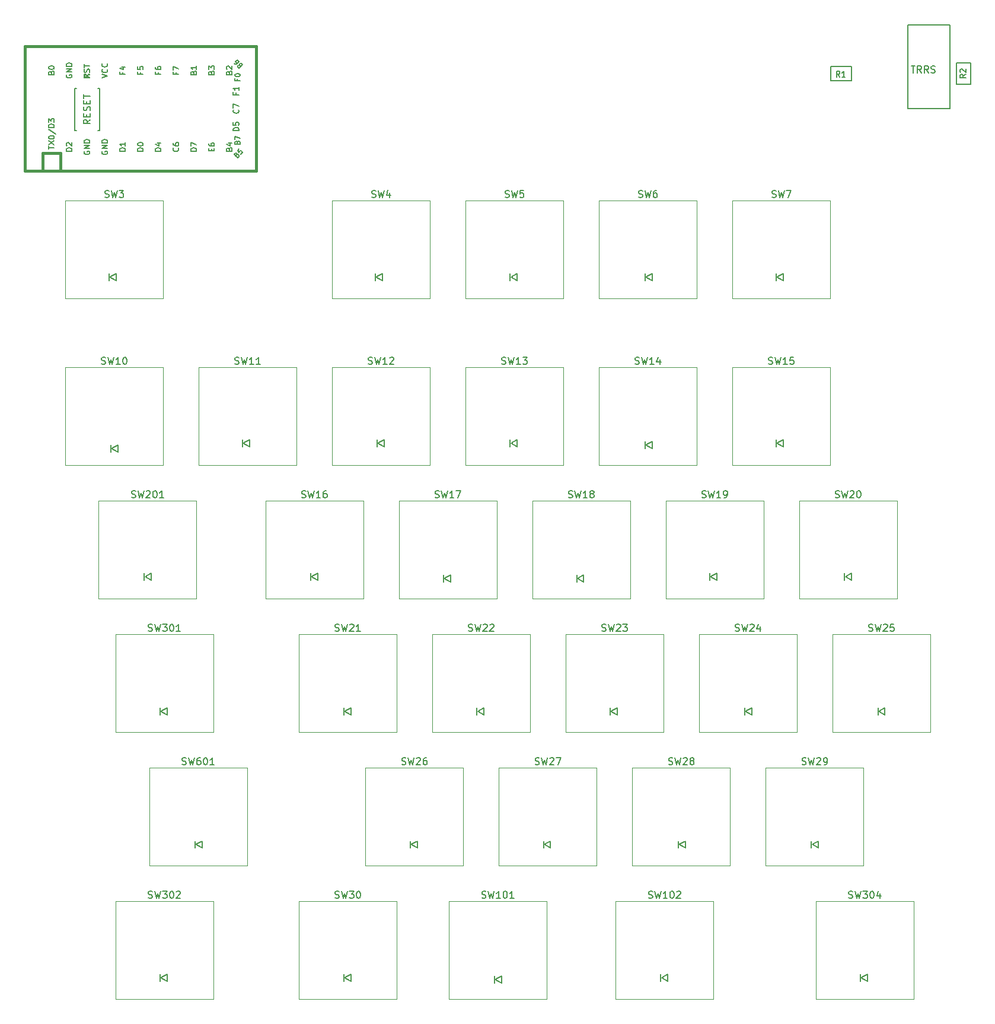
<source format=gto>
G04 #@! TF.GenerationSoftware,KiCad,Pcbnew,(5.1.8)-1*
G04 #@! TF.CreationDate,2020-12-06T03:25:52+09:00*
G04 #@! TF.ProjectId,keyboard-layouter-playground,6b657962-6f61-4726-942d-6c61796f7574,rev?*
G04 #@! TF.SameCoordinates,Original*
G04 #@! TF.FileFunction,Legend,Top*
G04 #@! TF.FilePolarity,Positive*
%FSLAX46Y46*%
G04 Gerber Fmt 4.6, Leading zero omitted, Abs format (unit mm)*
G04 Created by KiCad (PCBNEW (5.1.8)-1) date 2020-12-06 03:25:52*
%MOMM*%
%LPD*%
G01*
G04 APERTURE LIST*
%ADD10C,0.150000*%
%ADD11C,0.120000*%
%ADD12C,0.381000*%
G04 APERTURE END LIST*
D10*
X149499240Y-104501140D02*
X151500760Y-104501140D01*
X151500760Y-104501140D02*
X151500760Y-101498860D01*
X151500760Y-101498860D02*
X149499240Y-101498860D01*
X149499240Y-101498860D02*
X149499240Y-104501140D01*
X134501140Y-104000760D02*
X134501140Y-101999240D01*
X134501140Y-101999240D02*
X131498860Y-101999240D01*
X131498860Y-101999240D02*
X131498860Y-104000760D01*
X131498860Y-104000760D02*
X134501140Y-104000760D01*
D11*
X112713000Y-183007000D02*
X126683000Y-183007000D01*
X126683000Y-183007000D02*
X126683000Y-196977000D01*
X126683000Y-196977000D02*
X112713000Y-196977000D01*
X112713000Y-196977000D02*
X112713000Y-183007000D01*
D10*
X40750000Y-212500000D02*
X40750000Y-213500000D01*
X41750000Y-213500000D02*
X40850000Y-213000000D01*
X41750000Y-212500000D02*
X41750000Y-213500000D01*
X40850000Y-213000000D02*
X41750000Y-212500000D01*
X135750000Y-231500000D02*
X135750000Y-232500000D01*
X136750000Y-232500000D02*
X135850000Y-232000000D01*
X136750000Y-231500000D02*
X136750000Y-232500000D01*
X135850000Y-232000000D02*
X136750000Y-231500000D01*
X35750000Y-231500000D02*
X35750000Y-232500000D01*
X36750000Y-232500000D02*
X35850000Y-232000000D01*
X36750000Y-231500000D02*
X36750000Y-232500000D01*
X35850000Y-232000000D02*
X36750000Y-231500000D01*
X35750000Y-193500000D02*
X35750000Y-194500000D01*
X36750000Y-194500000D02*
X35850000Y-194000000D01*
X36750000Y-193500000D02*
X36750000Y-194500000D01*
X35850000Y-194000000D02*
X36750000Y-193500000D01*
X33500000Y-174250000D02*
X33500000Y-175250000D01*
X34500000Y-175250000D02*
X33600000Y-174750000D01*
X34500000Y-174250000D02*
X34500000Y-175250000D01*
X33600000Y-174750000D02*
X34500000Y-174250000D01*
X107250000Y-231500000D02*
X107250000Y-232500000D01*
X108250000Y-232500000D02*
X107350000Y-232000000D01*
X108250000Y-231500000D02*
X108250000Y-232500000D01*
X107350000Y-232000000D02*
X108250000Y-231500000D01*
X83500000Y-231750000D02*
X83500000Y-232750000D01*
X84500000Y-232750000D02*
X83600000Y-232250000D01*
X84500000Y-231750000D02*
X84500000Y-232750000D01*
X83600000Y-232250000D02*
X84500000Y-231750000D01*
X62000000Y-231500000D02*
X62000000Y-232500000D01*
X63000000Y-232500000D02*
X62100000Y-232000000D01*
X63000000Y-231500000D02*
X63000000Y-232500000D01*
X62100000Y-232000000D02*
X63000000Y-231500000D01*
X128750000Y-212500000D02*
X128750000Y-213500000D01*
X129750000Y-213500000D02*
X128850000Y-213000000D01*
X129750000Y-212500000D02*
X129750000Y-213500000D01*
X128850000Y-213000000D02*
X129750000Y-212500000D01*
X109750000Y-212500000D02*
X109750000Y-213500000D01*
X110750000Y-213500000D02*
X109850000Y-213000000D01*
X110750000Y-212500000D02*
X110750000Y-213500000D01*
X109850000Y-213000000D02*
X110750000Y-212500000D01*
X90500000Y-212500000D02*
X90500000Y-213500000D01*
X91500000Y-213500000D02*
X90600000Y-213000000D01*
X91500000Y-212500000D02*
X91500000Y-213500000D01*
X90600000Y-213000000D02*
X91500000Y-212500000D01*
X71500000Y-212500000D02*
X71500000Y-213500000D01*
X72500000Y-213500000D02*
X71600000Y-213000000D01*
X72500000Y-212500000D02*
X72500000Y-213500000D01*
X71600000Y-213000000D02*
X72500000Y-212500000D01*
X138250000Y-193500000D02*
X138250000Y-194500000D01*
X139250000Y-194500000D02*
X138350000Y-194000000D01*
X139250000Y-193500000D02*
X139250000Y-194500000D01*
X138350000Y-194000000D02*
X139250000Y-193500000D01*
X119250000Y-193500000D02*
X119250000Y-194500000D01*
X120250000Y-194500000D02*
X119350000Y-194000000D01*
X120250000Y-193500000D02*
X120250000Y-194500000D01*
X119350000Y-194000000D02*
X120250000Y-193500000D01*
X100000000Y-193500000D02*
X100000000Y-194500000D01*
X101000000Y-194500000D02*
X100100000Y-194000000D01*
X101000000Y-193500000D02*
X101000000Y-194500000D01*
X100100000Y-194000000D02*
X101000000Y-193500000D01*
X81000000Y-193500000D02*
X81000000Y-194500000D01*
X82000000Y-194500000D02*
X81100000Y-194000000D01*
X82000000Y-193500000D02*
X82000000Y-194500000D01*
X81100000Y-194000000D02*
X82000000Y-193500000D01*
X62000000Y-193500000D02*
X62000000Y-194500000D01*
X63000000Y-194500000D02*
X62100000Y-194000000D01*
X63000000Y-193500000D02*
X63000000Y-194500000D01*
X62100000Y-194000000D02*
X63000000Y-193500000D01*
X133500000Y-174250000D02*
X133500000Y-175250000D01*
X134500000Y-175250000D02*
X133600000Y-174750000D01*
X134500000Y-174250000D02*
X134500000Y-175250000D01*
X133600000Y-174750000D02*
X134500000Y-174250000D01*
X114250000Y-174250000D02*
X114250000Y-175250000D01*
X115250000Y-175250000D02*
X114350000Y-174750000D01*
X115250000Y-174250000D02*
X115250000Y-175250000D01*
X114350000Y-174750000D02*
X115250000Y-174250000D01*
X95250000Y-174500000D02*
X95250000Y-175500000D01*
X96250000Y-175500000D02*
X95350000Y-175000000D01*
X96250000Y-174500000D02*
X96250000Y-175500000D01*
X95350000Y-175000000D02*
X96250000Y-174500000D01*
X76250000Y-174500000D02*
X76250000Y-175500000D01*
X77250000Y-175500000D02*
X76350000Y-175000000D01*
X77250000Y-174500000D02*
X77250000Y-175500000D01*
X76350000Y-175000000D02*
X77250000Y-174500000D01*
X57250000Y-174250000D02*
X57250000Y-175250000D01*
X58250000Y-175250000D02*
X57350000Y-174750000D01*
X58250000Y-174250000D02*
X58250000Y-175250000D01*
X57350000Y-174750000D02*
X58250000Y-174250000D01*
X123750000Y-155250000D02*
X123750000Y-156250000D01*
X124750000Y-156250000D02*
X123850000Y-155750000D01*
X124750000Y-155250000D02*
X124750000Y-156250000D01*
X123850000Y-155750000D02*
X124750000Y-155250000D01*
X105000000Y-155500000D02*
X105000000Y-156500000D01*
X106000000Y-156500000D02*
X105100000Y-156000000D01*
X106000000Y-155500000D02*
X106000000Y-156500000D01*
X105100000Y-156000000D02*
X106000000Y-155500000D01*
X85750000Y-155250000D02*
X85750000Y-156250000D01*
X86750000Y-156250000D02*
X85850000Y-155750000D01*
X86750000Y-155250000D02*
X86750000Y-156250000D01*
X85850000Y-155750000D02*
X86750000Y-155250000D01*
X66750000Y-155250000D02*
X66750000Y-156250000D01*
X67750000Y-156250000D02*
X66850000Y-155750000D01*
X67750000Y-155250000D02*
X67750000Y-156250000D01*
X66850000Y-155750000D02*
X67750000Y-155250000D01*
X47500000Y-155250000D02*
X47500000Y-156250000D01*
X48500000Y-156250000D02*
X47600000Y-155750000D01*
X48500000Y-155250000D02*
X48500000Y-156250000D01*
X47600000Y-155750000D02*
X48500000Y-155250000D01*
X28750000Y-156000000D02*
X28750000Y-157000000D01*
X29750000Y-157000000D02*
X28850000Y-156500000D01*
X29750000Y-156000000D02*
X29750000Y-157000000D01*
X28850000Y-156500000D02*
X29750000Y-156000000D01*
X123750000Y-131500000D02*
X123750000Y-132500000D01*
X124750000Y-132500000D02*
X123850000Y-132000000D01*
X124750000Y-131500000D02*
X124750000Y-132500000D01*
X123850000Y-132000000D02*
X124750000Y-131500000D01*
X105000000Y-131500000D02*
X105000000Y-132500000D01*
X106000000Y-132500000D02*
X105100000Y-132000000D01*
X106000000Y-131500000D02*
X106000000Y-132500000D01*
X105100000Y-132000000D02*
X106000000Y-131500000D01*
X85750000Y-131500000D02*
X85750000Y-132500000D01*
X86750000Y-132500000D02*
X85850000Y-132000000D01*
X86750000Y-131500000D02*
X86750000Y-132500000D01*
X85850000Y-132000000D02*
X86750000Y-131500000D01*
X66500000Y-131500000D02*
X66500000Y-132500000D01*
X67500000Y-132500000D02*
X66600000Y-132000000D01*
X67500000Y-131500000D02*
X67500000Y-132500000D01*
X66600000Y-132000000D02*
X67500000Y-131500000D01*
X28500000Y-131500000D02*
X28500000Y-132500000D01*
X29500000Y-132500000D02*
X28600000Y-132000000D01*
X29500000Y-131500000D02*
X29500000Y-132500000D01*
X28600000Y-132000000D02*
X29500000Y-131500000D01*
X142500000Y-108000000D02*
X142500000Y-96000000D01*
X148500000Y-108000000D02*
X142500000Y-108000000D01*
X148500000Y-96000000D02*
X148500000Y-108000000D01*
X142500000Y-96000000D02*
X148500000Y-96000000D01*
D11*
X29369000Y-221107000D02*
X43339000Y-221107000D01*
X43339000Y-221107000D02*
X43339000Y-235077000D01*
X43339000Y-235077000D02*
X29369000Y-235077000D01*
X29369000Y-235077000D02*
X29369000Y-221107000D01*
D12*
X19010000Y-116890000D02*
X49490000Y-116890000D01*
X49490000Y-116890000D02*
X49490000Y-99110000D01*
X49490000Y-99110000D02*
X19010000Y-99110000D01*
X19010000Y-114350000D02*
X21550000Y-114350000D01*
X21550000Y-114350000D02*
X21550000Y-116890000D01*
D10*
G36*
X24889360Y-103068432D02*
G01*
X25189360Y-103068432D01*
X25189360Y-103168432D01*
X24889360Y-103168432D01*
X24889360Y-103068432D01*
G37*
X24889360Y-103068432D02*
X25189360Y-103068432D01*
X25189360Y-103168432D01*
X24889360Y-103168432D01*
X24889360Y-103068432D01*
G36*
X25289360Y-103268432D02*
G01*
X25389360Y-103268432D01*
X25389360Y-103368432D01*
X25289360Y-103368432D01*
X25289360Y-103268432D01*
G37*
X25289360Y-103268432D02*
X25389360Y-103268432D01*
X25389360Y-103368432D01*
X25289360Y-103368432D01*
X25289360Y-103268432D01*
G36*
X24889360Y-103068432D02*
G01*
X24989360Y-103068432D01*
X24989360Y-103568432D01*
X24889360Y-103568432D01*
X24889360Y-103068432D01*
G37*
X24889360Y-103068432D02*
X24989360Y-103068432D01*
X24989360Y-103568432D01*
X24889360Y-103568432D01*
X24889360Y-103068432D01*
G36*
X24889360Y-103468432D02*
G01*
X25689360Y-103468432D01*
X25689360Y-103568432D01*
X24889360Y-103568432D01*
X24889360Y-103468432D01*
G37*
X24889360Y-103468432D02*
X25689360Y-103468432D01*
X25689360Y-103568432D01*
X24889360Y-103568432D01*
X24889360Y-103468432D01*
G36*
X25489360Y-103068432D02*
G01*
X25689360Y-103068432D01*
X25689360Y-103168432D01*
X25489360Y-103168432D01*
X25489360Y-103068432D01*
G37*
X25489360Y-103068432D02*
X25689360Y-103068432D01*
X25689360Y-103168432D01*
X25489360Y-103168432D01*
X25489360Y-103068432D01*
D12*
X19010000Y-99110000D02*
X16470000Y-99110000D01*
X16470000Y-99110000D02*
X16470000Y-116890000D01*
X16470000Y-116890000D02*
X19010000Y-116890000D01*
X19010000Y-114350000D02*
X19010000Y-116890000D01*
D10*
X23600000Y-105100000D02*
X23850000Y-105100000D01*
X23600000Y-111100000D02*
X23600000Y-105100000D01*
X23600000Y-111100000D02*
X23850000Y-111100000D01*
X27100000Y-111100000D02*
X26850000Y-111100000D01*
X27100000Y-105100000D02*
X26850000Y-105100000D01*
X27100000Y-111100000D02*
X27100000Y-105100000D01*
D11*
X34205600Y-202057000D02*
X48175600Y-202057000D01*
X48175600Y-202057000D02*
X48175600Y-216027000D01*
X48175600Y-216027000D02*
X34205600Y-216027000D01*
X34205600Y-216027000D02*
X34205600Y-202057000D01*
X129381000Y-221107000D02*
X143351000Y-221107000D01*
X143351000Y-221107000D02*
X143351000Y-235077000D01*
X143351000Y-235077000D02*
X129381000Y-235077000D01*
X129381000Y-235077000D02*
X129381000Y-221107000D01*
X26988000Y-163957000D02*
X40958000Y-163957000D01*
X40958000Y-163957000D02*
X40958000Y-177927000D01*
X40958000Y-177927000D02*
X26988000Y-177927000D01*
X26988000Y-177927000D02*
X26988000Y-163957000D01*
X29369000Y-183007000D02*
X43339000Y-183007000D01*
X43339000Y-183007000D02*
X43339000Y-196977000D01*
X43339000Y-196977000D02*
X29369000Y-196977000D01*
X29369000Y-196977000D02*
X29369000Y-183007000D01*
X100806000Y-221107000D02*
X114776000Y-221107000D01*
X114776000Y-221107000D02*
X114776000Y-235077000D01*
X114776000Y-235077000D02*
X100806000Y-235077000D01*
X100806000Y-235077000D02*
X100806000Y-221107000D01*
X76993500Y-221107000D02*
X90963500Y-221107000D01*
X90963500Y-221107000D02*
X90963500Y-235077000D01*
X90963500Y-235077000D02*
X76993500Y-235077000D01*
X76993500Y-235077000D02*
X76993500Y-221107000D01*
X55562500Y-221107000D02*
X69532500Y-221107000D01*
X69532500Y-221107000D02*
X69532500Y-235077000D01*
X69532500Y-235077000D02*
X55562500Y-235077000D01*
X55562500Y-235077000D02*
X55562500Y-221107000D01*
X131763000Y-183007000D02*
X145733000Y-183007000D01*
X145733000Y-183007000D02*
X145733000Y-196977000D01*
X145733000Y-196977000D02*
X131763000Y-196977000D01*
X131763000Y-196977000D02*
X131763000Y-183007000D01*
X122237000Y-202057000D02*
X136207000Y-202057000D01*
X136207000Y-202057000D02*
X136207000Y-216027000D01*
X136207000Y-216027000D02*
X122237000Y-216027000D01*
X122237000Y-216027000D02*
X122237000Y-202057000D01*
X103187000Y-202057000D02*
X117157000Y-202057000D01*
X117157000Y-202057000D02*
X117157000Y-216027000D01*
X117157000Y-216027000D02*
X103187000Y-216027000D01*
X103187000Y-216027000D02*
X103187000Y-202057000D01*
X79375000Y-144907000D02*
X93345000Y-144907000D01*
X93345000Y-144907000D02*
X93345000Y-158877000D01*
X93345000Y-158877000D02*
X79375000Y-158877000D01*
X79375000Y-158877000D02*
X79375000Y-144907000D01*
X88900000Y-163957000D02*
X102870000Y-163957000D01*
X102870000Y-163957000D02*
X102870000Y-177927000D01*
X102870000Y-177927000D02*
X88900000Y-177927000D01*
X88900000Y-177927000D02*
X88900000Y-163957000D01*
X60325000Y-121095000D02*
X74295000Y-121095000D01*
X74295000Y-121095000D02*
X74295000Y-135065000D01*
X74295000Y-135065000D02*
X60325000Y-135065000D01*
X60325000Y-135065000D02*
X60325000Y-121095000D01*
X65087500Y-202057000D02*
X79057500Y-202057000D01*
X79057500Y-202057000D02*
X79057500Y-216027000D01*
X79057500Y-216027000D02*
X65087500Y-216027000D01*
X65087500Y-216027000D02*
X65087500Y-202057000D01*
X50800000Y-163957000D02*
X64770000Y-163957000D01*
X64770000Y-163957000D02*
X64770000Y-177927000D01*
X64770000Y-177927000D02*
X50800000Y-177927000D01*
X50800000Y-177927000D02*
X50800000Y-163957000D01*
X93663000Y-183007000D02*
X107633000Y-183007000D01*
X107633000Y-183007000D02*
X107633000Y-196977000D01*
X107633000Y-196977000D02*
X93663000Y-196977000D01*
X93663000Y-196977000D02*
X93663000Y-183007000D01*
X117475000Y-144907000D02*
X131445000Y-144907000D01*
X131445000Y-144907000D02*
X131445000Y-158877000D01*
X131445000Y-158877000D02*
X117475000Y-158877000D01*
X117475000Y-158877000D02*
X117475000Y-144907000D01*
X127000000Y-163957000D02*
X140970000Y-163957000D01*
X140970000Y-163957000D02*
X140970000Y-177927000D01*
X140970000Y-177927000D02*
X127000000Y-177927000D01*
X127000000Y-177927000D02*
X127000000Y-163957000D01*
X107950000Y-163957000D02*
X121920000Y-163957000D01*
X121920000Y-163957000D02*
X121920000Y-177927000D01*
X121920000Y-177927000D02*
X107950000Y-177927000D01*
X107950000Y-177927000D02*
X107950000Y-163957000D01*
X69850000Y-163957000D02*
X83820000Y-163957000D01*
X83820000Y-163957000D02*
X83820000Y-177927000D01*
X83820000Y-177927000D02*
X69850000Y-177927000D01*
X69850000Y-177927000D02*
X69850000Y-163957000D01*
X60325000Y-144907000D02*
X74295000Y-144907000D01*
X74295000Y-144907000D02*
X74295000Y-158877000D01*
X74295000Y-158877000D02*
X60325000Y-158877000D01*
X60325000Y-158877000D02*
X60325000Y-144907000D01*
X98425000Y-121095000D02*
X112395000Y-121095000D01*
X112395000Y-121095000D02*
X112395000Y-135065000D01*
X112395000Y-135065000D02*
X98425000Y-135065000D01*
X98425000Y-135065000D02*
X98425000Y-121095000D01*
X79375000Y-121095000D02*
X93345000Y-121095000D01*
X93345000Y-121095000D02*
X93345000Y-135065000D01*
X93345000Y-135065000D02*
X79375000Y-135065000D01*
X79375000Y-135065000D02*
X79375000Y-121095000D01*
X22225000Y-121095000D02*
X36195000Y-121095000D01*
X36195000Y-121095000D02*
X36195000Y-135065000D01*
X36195000Y-135065000D02*
X22225000Y-135065000D01*
X22225000Y-135065000D02*
X22225000Y-121095000D01*
X22225000Y-144907000D02*
X36195000Y-144907000D01*
X36195000Y-144907000D02*
X36195000Y-158877000D01*
X36195000Y-158877000D02*
X22225000Y-158877000D01*
X22225000Y-158877000D02*
X22225000Y-144907000D01*
X74612500Y-183007000D02*
X88582500Y-183007000D01*
X88582500Y-183007000D02*
X88582500Y-196977000D01*
X88582500Y-196977000D02*
X74612500Y-196977000D01*
X74612500Y-196977000D02*
X74612500Y-183007000D01*
X55562500Y-183007000D02*
X69532500Y-183007000D01*
X69532500Y-183007000D02*
X69532500Y-196977000D01*
X69532500Y-196977000D02*
X55562500Y-196977000D01*
X55562500Y-196977000D02*
X55562500Y-183007000D01*
X98425000Y-144907000D02*
X112395000Y-144907000D01*
X112395000Y-144907000D02*
X112395000Y-158877000D01*
X112395000Y-158877000D02*
X98425000Y-158877000D01*
X98425000Y-158877000D02*
X98425000Y-144907000D01*
X117475000Y-121095000D02*
X131445000Y-121095000D01*
X131445000Y-121095000D02*
X131445000Y-135065000D01*
X131445000Y-135065000D02*
X117475000Y-135065000D01*
X117475000Y-135065000D02*
X117475000Y-121095000D01*
X41275000Y-144907000D02*
X55245000Y-144907000D01*
X55245000Y-144907000D02*
X55245000Y-158877000D01*
X55245000Y-158877000D02*
X41275000Y-158877000D01*
X41275000Y-158877000D02*
X41275000Y-144907000D01*
X84137500Y-202057000D02*
X98107500Y-202057000D01*
X98107500Y-202057000D02*
X98107500Y-216027000D01*
X98107500Y-216027000D02*
X84137500Y-216027000D01*
X84137500Y-216027000D02*
X84137500Y-202057000D01*
D10*
X150787695Y-103085466D02*
X150400647Y-103356400D01*
X150787695Y-103549923D02*
X149974895Y-103549923D01*
X149974895Y-103240285D01*
X150013600Y-103162876D01*
X150052304Y-103124171D01*
X150129714Y-103085466D01*
X150245828Y-103085466D01*
X150323238Y-103124171D01*
X150361942Y-103162876D01*
X150400647Y-103240285D01*
X150400647Y-103549923D01*
X150052304Y-102775828D02*
X150013600Y-102737123D01*
X149974895Y-102659714D01*
X149974895Y-102466190D01*
X150013600Y-102388780D01*
X150052304Y-102350076D01*
X150129714Y-102311371D01*
X150207123Y-102311371D01*
X150323238Y-102350076D01*
X150787695Y-102814533D01*
X150787695Y-102311371D01*
X132814533Y-103447695D02*
X132543600Y-103060647D01*
X132350076Y-103447695D02*
X132350076Y-102634895D01*
X132659714Y-102634895D01*
X132737123Y-102673600D01*
X132775828Y-102712304D01*
X132814533Y-102789714D01*
X132814533Y-102905828D01*
X132775828Y-102983238D01*
X132737123Y-103021942D01*
X132659714Y-103060647D01*
X132350076Y-103060647D01*
X133588628Y-103447695D02*
X133124171Y-103447695D01*
X133356400Y-103447695D02*
X133356400Y-102634895D01*
X133278990Y-102751009D01*
X133201580Y-102828419D01*
X133124171Y-102867123D01*
X117888476Y-182522761D02*
X118031333Y-182570380D01*
X118269428Y-182570380D01*
X118364666Y-182522761D01*
X118412285Y-182475142D01*
X118459904Y-182379904D01*
X118459904Y-182284666D01*
X118412285Y-182189428D01*
X118364666Y-182141809D01*
X118269428Y-182094190D01*
X118078952Y-182046571D01*
X117983714Y-181998952D01*
X117936095Y-181951333D01*
X117888476Y-181856095D01*
X117888476Y-181760857D01*
X117936095Y-181665619D01*
X117983714Y-181618000D01*
X118078952Y-181570380D01*
X118317047Y-181570380D01*
X118459904Y-181618000D01*
X118793238Y-181570380D02*
X119031333Y-182570380D01*
X119221809Y-181856095D01*
X119412285Y-182570380D01*
X119650380Y-181570380D01*
X119983714Y-181665619D02*
X120031333Y-181618000D01*
X120126571Y-181570380D01*
X120364666Y-181570380D01*
X120459904Y-181618000D01*
X120507523Y-181665619D01*
X120555142Y-181760857D01*
X120555142Y-181856095D01*
X120507523Y-181998952D01*
X119936095Y-182570380D01*
X120555142Y-182570380D01*
X121412285Y-181903714D02*
X121412285Y-182570380D01*
X121174190Y-181522761D02*
X120936095Y-182237047D01*
X121555142Y-182237047D01*
X142988095Y-101902380D02*
X143559523Y-101902380D01*
X143273809Y-102902380D02*
X143273809Y-101902380D01*
X144464285Y-102902380D02*
X144130952Y-102426190D01*
X143892857Y-102902380D02*
X143892857Y-101902380D01*
X144273809Y-101902380D01*
X144369047Y-101950000D01*
X144416666Y-101997619D01*
X144464285Y-102092857D01*
X144464285Y-102235714D01*
X144416666Y-102330952D01*
X144369047Y-102378571D01*
X144273809Y-102426190D01*
X143892857Y-102426190D01*
X145464285Y-102902380D02*
X145130952Y-102426190D01*
X144892857Y-102902380D02*
X144892857Y-101902380D01*
X145273809Y-101902380D01*
X145369047Y-101950000D01*
X145416666Y-101997619D01*
X145464285Y-102092857D01*
X145464285Y-102235714D01*
X145416666Y-102330952D01*
X145369047Y-102378571D01*
X145273809Y-102426190D01*
X144892857Y-102426190D01*
X145845238Y-102854761D02*
X145988095Y-102902380D01*
X146226190Y-102902380D01*
X146321428Y-102854761D01*
X146369047Y-102807142D01*
X146416666Y-102711904D01*
X146416666Y-102616666D01*
X146369047Y-102521428D01*
X146321428Y-102473809D01*
X146226190Y-102426190D01*
X146035714Y-102378571D01*
X145940476Y-102330952D01*
X145892857Y-102283333D01*
X145845238Y-102188095D01*
X145845238Y-102092857D01*
X145892857Y-101997619D01*
X145940476Y-101950000D01*
X146035714Y-101902380D01*
X146273809Y-101902380D01*
X146416666Y-101950000D01*
X34068285Y-220622761D02*
X34211142Y-220670380D01*
X34449238Y-220670380D01*
X34544476Y-220622761D01*
X34592095Y-220575142D01*
X34639714Y-220479904D01*
X34639714Y-220384666D01*
X34592095Y-220289428D01*
X34544476Y-220241809D01*
X34449238Y-220194190D01*
X34258761Y-220146571D01*
X34163523Y-220098952D01*
X34115904Y-220051333D01*
X34068285Y-219956095D01*
X34068285Y-219860857D01*
X34115904Y-219765619D01*
X34163523Y-219718000D01*
X34258761Y-219670380D01*
X34496857Y-219670380D01*
X34639714Y-219718000D01*
X34973047Y-219670380D02*
X35211142Y-220670380D01*
X35401619Y-219956095D01*
X35592095Y-220670380D01*
X35830190Y-219670380D01*
X36115904Y-219670380D02*
X36734952Y-219670380D01*
X36401619Y-220051333D01*
X36544476Y-220051333D01*
X36639714Y-220098952D01*
X36687333Y-220146571D01*
X36734952Y-220241809D01*
X36734952Y-220479904D01*
X36687333Y-220575142D01*
X36639714Y-220622761D01*
X36544476Y-220670380D01*
X36258761Y-220670380D01*
X36163523Y-220622761D01*
X36115904Y-220575142D01*
X37354000Y-219670380D02*
X37449238Y-219670380D01*
X37544476Y-219718000D01*
X37592095Y-219765619D01*
X37639714Y-219860857D01*
X37687333Y-220051333D01*
X37687333Y-220289428D01*
X37639714Y-220479904D01*
X37592095Y-220575142D01*
X37544476Y-220622761D01*
X37449238Y-220670380D01*
X37354000Y-220670380D01*
X37258761Y-220622761D01*
X37211142Y-220575142D01*
X37163523Y-220479904D01*
X37115904Y-220289428D01*
X37115904Y-220051333D01*
X37163523Y-219860857D01*
X37211142Y-219765619D01*
X37258761Y-219718000D01*
X37354000Y-219670380D01*
X38068285Y-219765619D02*
X38115904Y-219718000D01*
X38211142Y-219670380D01*
X38449238Y-219670380D01*
X38544476Y-219718000D01*
X38592095Y-219765619D01*
X38639714Y-219860857D01*
X38639714Y-219956095D01*
X38592095Y-220098952D01*
X38020666Y-220670380D01*
X38639714Y-220670380D01*
X47011904Y-111130476D02*
X46211904Y-111130476D01*
X46211904Y-110940000D01*
X46250000Y-110825714D01*
X46326190Y-110749523D01*
X46402380Y-110711428D01*
X46554761Y-110673333D01*
X46669047Y-110673333D01*
X46821428Y-110711428D01*
X46897619Y-110749523D01*
X46973809Y-110825714D01*
X47011904Y-110940000D01*
X47011904Y-111130476D01*
X46211904Y-109949523D02*
X46211904Y-110330476D01*
X46592857Y-110368571D01*
X46554761Y-110330476D01*
X46516666Y-110254285D01*
X46516666Y-110063809D01*
X46554761Y-109987619D01*
X46592857Y-109949523D01*
X46669047Y-109911428D01*
X46859523Y-109911428D01*
X46935714Y-109949523D01*
X46973809Y-109987619D01*
X47011904Y-110063809D01*
X47011904Y-110254285D01*
X46973809Y-110330476D01*
X46935714Y-110368571D01*
X46592857Y-105726666D02*
X46592857Y-105993333D01*
X47011904Y-105993333D02*
X46211904Y-105993333D01*
X46211904Y-105612380D01*
X47011904Y-104888571D02*
X47011904Y-105345714D01*
X47011904Y-105117142D02*
X46211904Y-105117142D01*
X46326190Y-105193333D01*
X46402380Y-105269523D01*
X46440476Y-105345714D01*
X46935714Y-108133333D02*
X46973809Y-108171428D01*
X47011904Y-108285714D01*
X47011904Y-108361904D01*
X46973809Y-108476190D01*
X46897619Y-108552380D01*
X46821428Y-108590476D01*
X46669047Y-108628571D01*
X46554761Y-108628571D01*
X46402380Y-108590476D01*
X46326190Y-108552380D01*
X46250000Y-108476190D01*
X46211904Y-108361904D01*
X46211904Y-108285714D01*
X46250000Y-108171428D01*
X46288095Y-108133333D01*
X46211904Y-107866666D02*
X46211904Y-107333333D01*
X47011904Y-107676190D01*
X47114991Y-101835702D02*
X47067851Y-101741421D01*
X47067851Y-101694280D01*
X47091421Y-101623570D01*
X47162132Y-101552859D01*
X47232842Y-101529289D01*
X47279983Y-101529289D01*
X47350693Y-101552859D01*
X47539255Y-101741421D01*
X47044280Y-102236396D01*
X46879289Y-102071404D01*
X46855719Y-102000693D01*
X46855719Y-101953553D01*
X46879289Y-101882842D01*
X46926429Y-101835702D01*
X46997140Y-101812132D01*
X47044280Y-101812132D01*
X47114991Y-101835702D01*
X47279983Y-102000693D01*
X46337174Y-101529289D02*
X46431455Y-101623570D01*
X46502165Y-101647140D01*
X46549306Y-101647140D01*
X46667157Y-101623570D01*
X46785008Y-101552859D01*
X46973570Y-101364297D01*
X46997140Y-101293587D01*
X46997140Y-101246446D01*
X46973570Y-101175735D01*
X46879289Y-101081455D01*
X46808578Y-101057884D01*
X46761438Y-101057884D01*
X46690727Y-101081455D01*
X46572876Y-101199306D01*
X46549306Y-101270016D01*
X46549306Y-101317157D01*
X46572876Y-101387867D01*
X46667157Y-101482148D01*
X46737867Y-101505719D01*
X46785008Y-101505719D01*
X46855719Y-101482148D01*
X46800000Y-103733333D02*
X46800000Y-103966666D01*
X47166666Y-103966666D02*
X46466666Y-103966666D01*
X46466666Y-103633333D01*
X46466666Y-103233333D02*
X46466666Y-103166666D01*
X46500000Y-103100000D01*
X46533333Y-103066666D01*
X46600000Y-103033333D01*
X46733333Y-103000000D01*
X46900000Y-103000000D01*
X47033333Y-103033333D01*
X47100000Y-103066666D01*
X47133333Y-103100000D01*
X47166666Y-103166666D01*
X47166666Y-103233333D01*
X47133333Y-103300000D01*
X47100000Y-103333333D01*
X47033333Y-103366666D01*
X46900000Y-103400000D01*
X46733333Y-103400000D01*
X46600000Y-103366666D01*
X46533333Y-103333333D01*
X46500000Y-103300000D01*
X46466666Y-103233333D01*
X46800000Y-112783333D02*
X46833333Y-112683333D01*
X46866666Y-112650000D01*
X46933333Y-112616666D01*
X47033333Y-112616666D01*
X47100000Y-112650000D01*
X47133333Y-112683333D01*
X47166666Y-112750000D01*
X47166666Y-113016666D01*
X46466666Y-113016666D01*
X46466666Y-112783333D01*
X46500000Y-112716666D01*
X46533333Y-112683333D01*
X46600000Y-112650000D01*
X46666666Y-112650000D01*
X46733333Y-112683333D01*
X46766666Y-112716666D01*
X46800000Y-112783333D01*
X46800000Y-113016666D01*
X46466666Y-112383333D02*
X46466666Y-111916666D01*
X47166666Y-112216666D01*
X19841904Y-113762348D02*
X19841904Y-113305205D01*
X20641904Y-113533776D02*
X19841904Y-113533776D01*
X19841904Y-113114729D02*
X20641904Y-112581395D01*
X19841904Y-112581395D02*
X20641904Y-113114729D01*
X19841904Y-112124252D02*
X19841904Y-112048062D01*
X19880000Y-111971872D01*
X19918095Y-111933776D01*
X19994285Y-111895681D01*
X20146666Y-111857586D01*
X20337142Y-111857586D01*
X20489523Y-111895681D01*
X20565714Y-111933776D01*
X20603809Y-111971872D01*
X20641904Y-112048062D01*
X20641904Y-112124252D01*
X20603809Y-112200443D01*
X20565714Y-112238538D01*
X20489523Y-112276633D01*
X20337142Y-112314729D01*
X20146666Y-112314729D01*
X19994285Y-112276633D01*
X19918095Y-112238538D01*
X19880000Y-112200443D01*
X19841904Y-112124252D01*
X19803809Y-110943300D02*
X20832380Y-111629014D01*
X20641904Y-110676633D02*
X19841904Y-110676633D01*
X19841904Y-110486157D01*
X19880000Y-110371872D01*
X19956190Y-110295681D01*
X20032380Y-110257586D01*
X20184761Y-110219491D01*
X20299047Y-110219491D01*
X20451428Y-110257586D01*
X20527619Y-110295681D01*
X20603809Y-110371872D01*
X20641904Y-110486157D01*
X20641904Y-110676633D01*
X19841904Y-109952824D02*
X19841904Y-109457586D01*
X20146666Y-109724252D01*
X20146666Y-109609967D01*
X20184761Y-109533776D01*
X20222857Y-109495681D01*
X20299047Y-109457586D01*
X20489523Y-109457586D01*
X20565714Y-109495681D01*
X20603809Y-109533776D01*
X20641904Y-109609967D01*
X20641904Y-109838538D01*
X20603809Y-109914729D01*
X20565714Y-109952824D01*
X23181904Y-114051476D02*
X22381904Y-114051476D01*
X22381904Y-113861000D01*
X22420000Y-113746714D01*
X22496190Y-113670523D01*
X22572380Y-113632428D01*
X22724761Y-113594333D01*
X22839047Y-113594333D01*
X22991428Y-113632428D01*
X23067619Y-113670523D01*
X23143809Y-113746714D01*
X23181904Y-113861000D01*
X23181904Y-114051476D01*
X22458095Y-113289571D02*
X22420000Y-113251476D01*
X22381904Y-113175285D01*
X22381904Y-112984809D01*
X22420000Y-112908619D01*
X22458095Y-112870523D01*
X22534285Y-112832428D01*
X22610476Y-112832428D01*
X22724761Y-112870523D01*
X23181904Y-113327666D01*
X23181904Y-112832428D01*
X33341904Y-114051476D02*
X32541904Y-114051476D01*
X32541904Y-113861000D01*
X32580000Y-113746714D01*
X32656190Y-113670523D01*
X32732380Y-113632428D01*
X32884761Y-113594333D01*
X32999047Y-113594333D01*
X33151428Y-113632428D01*
X33227619Y-113670523D01*
X33303809Y-113746714D01*
X33341904Y-113861000D01*
X33341904Y-114051476D01*
X32541904Y-113099095D02*
X32541904Y-113022904D01*
X32580000Y-112946714D01*
X32618095Y-112908619D01*
X32694285Y-112870523D01*
X32846666Y-112832428D01*
X33037142Y-112832428D01*
X33189523Y-112870523D01*
X33265714Y-112908619D01*
X33303809Y-112946714D01*
X33341904Y-113022904D01*
X33341904Y-113099095D01*
X33303809Y-113175285D01*
X33265714Y-113213380D01*
X33189523Y-113251476D01*
X33037142Y-113289571D01*
X32846666Y-113289571D01*
X32694285Y-113251476D01*
X32618095Y-113213380D01*
X32580000Y-113175285D01*
X32541904Y-113099095D01*
X30801904Y-114051476D02*
X30001904Y-114051476D01*
X30001904Y-113861000D01*
X30040000Y-113746714D01*
X30116190Y-113670523D01*
X30192380Y-113632428D01*
X30344761Y-113594333D01*
X30459047Y-113594333D01*
X30611428Y-113632428D01*
X30687619Y-113670523D01*
X30763809Y-113746714D01*
X30801904Y-113861000D01*
X30801904Y-114051476D01*
X30801904Y-112832428D02*
X30801904Y-113289571D01*
X30801904Y-113061000D02*
X30001904Y-113061000D01*
X30116190Y-113137190D01*
X30192380Y-113213380D01*
X30230476Y-113289571D01*
X27500000Y-114070523D02*
X27461904Y-114146714D01*
X27461904Y-114261000D01*
X27500000Y-114375285D01*
X27576190Y-114451476D01*
X27652380Y-114489571D01*
X27804761Y-114527666D01*
X27919047Y-114527666D01*
X28071428Y-114489571D01*
X28147619Y-114451476D01*
X28223809Y-114375285D01*
X28261904Y-114261000D01*
X28261904Y-114184809D01*
X28223809Y-114070523D01*
X28185714Y-114032428D01*
X27919047Y-114032428D01*
X27919047Y-114184809D01*
X28261904Y-113689571D02*
X27461904Y-113689571D01*
X28261904Y-113232428D01*
X27461904Y-113232428D01*
X28261904Y-112851476D02*
X27461904Y-112851476D01*
X27461904Y-112661000D01*
X27500000Y-112546714D01*
X27576190Y-112470523D01*
X27652380Y-112432428D01*
X27804761Y-112394333D01*
X27919047Y-112394333D01*
X28071428Y-112432428D01*
X28147619Y-112470523D01*
X28223809Y-112546714D01*
X28261904Y-112661000D01*
X28261904Y-112851476D01*
X24960000Y-114070523D02*
X24921904Y-114146714D01*
X24921904Y-114261000D01*
X24960000Y-114375285D01*
X25036190Y-114451476D01*
X25112380Y-114489571D01*
X25264761Y-114527666D01*
X25379047Y-114527666D01*
X25531428Y-114489571D01*
X25607619Y-114451476D01*
X25683809Y-114375285D01*
X25721904Y-114261000D01*
X25721904Y-114184809D01*
X25683809Y-114070523D01*
X25645714Y-114032428D01*
X25379047Y-114032428D01*
X25379047Y-114184809D01*
X25721904Y-113689571D02*
X24921904Y-113689571D01*
X25721904Y-113232428D01*
X24921904Y-113232428D01*
X25721904Y-112851476D02*
X24921904Y-112851476D01*
X24921904Y-112661000D01*
X24960000Y-112546714D01*
X25036190Y-112470523D01*
X25112380Y-112432428D01*
X25264761Y-112394333D01*
X25379047Y-112394333D01*
X25531428Y-112432428D01*
X25607619Y-112470523D01*
X25683809Y-112546714D01*
X25721904Y-112661000D01*
X25721904Y-112851476D01*
X35881904Y-114051476D02*
X35081904Y-114051476D01*
X35081904Y-113861000D01*
X35120000Y-113746714D01*
X35196190Y-113670523D01*
X35272380Y-113632428D01*
X35424761Y-113594333D01*
X35539047Y-113594333D01*
X35691428Y-113632428D01*
X35767619Y-113670523D01*
X35843809Y-113746714D01*
X35881904Y-113861000D01*
X35881904Y-114051476D01*
X35348571Y-112908619D02*
X35881904Y-112908619D01*
X35043809Y-113099095D02*
X35615238Y-113289571D01*
X35615238Y-112794333D01*
X38345714Y-113594333D02*
X38383809Y-113632428D01*
X38421904Y-113746714D01*
X38421904Y-113822904D01*
X38383809Y-113937190D01*
X38307619Y-114013380D01*
X38231428Y-114051476D01*
X38079047Y-114089571D01*
X37964761Y-114089571D01*
X37812380Y-114051476D01*
X37736190Y-114013380D01*
X37660000Y-113937190D01*
X37621904Y-113822904D01*
X37621904Y-113746714D01*
X37660000Y-113632428D01*
X37698095Y-113594333D01*
X37621904Y-112908619D02*
X37621904Y-113061000D01*
X37660000Y-113137190D01*
X37698095Y-113175285D01*
X37812380Y-113251476D01*
X37964761Y-113289571D01*
X38269523Y-113289571D01*
X38345714Y-113251476D01*
X38383809Y-113213380D01*
X38421904Y-113137190D01*
X38421904Y-112984809D01*
X38383809Y-112908619D01*
X38345714Y-112870523D01*
X38269523Y-112832428D01*
X38079047Y-112832428D01*
X38002857Y-112870523D01*
X37964761Y-112908619D01*
X37926666Y-112984809D01*
X37926666Y-113137190D01*
X37964761Y-113213380D01*
X38002857Y-113251476D01*
X38079047Y-113289571D01*
X40961904Y-114051476D02*
X40161904Y-114051476D01*
X40161904Y-113861000D01*
X40200000Y-113746714D01*
X40276190Y-113670523D01*
X40352380Y-113632428D01*
X40504761Y-113594333D01*
X40619047Y-113594333D01*
X40771428Y-113632428D01*
X40847619Y-113670523D01*
X40923809Y-113746714D01*
X40961904Y-113861000D01*
X40961904Y-114051476D01*
X40161904Y-113327666D02*
X40161904Y-112794333D01*
X40961904Y-113137190D01*
X43082857Y-114013380D02*
X43082857Y-113746714D01*
X43501904Y-113632428D02*
X43501904Y-114013380D01*
X42701904Y-114013380D01*
X42701904Y-113632428D01*
X42701904Y-112946714D02*
X42701904Y-113099095D01*
X42740000Y-113175285D01*
X42778095Y-113213380D01*
X42892380Y-113289571D01*
X43044761Y-113327666D01*
X43349523Y-113327666D01*
X43425714Y-113289571D01*
X43463809Y-113251476D01*
X43501904Y-113175285D01*
X43501904Y-113022904D01*
X43463809Y-112946714D01*
X43425714Y-112908619D01*
X43349523Y-112870523D01*
X43159047Y-112870523D01*
X43082857Y-112908619D01*
X43044761Y-112946714D01*
X43006666Y-113022904D01*
X43006666Y-113175285D01*
X43044761Y-113251476D01*
X43082857Y-113289571D01*
X43159047Y-113327666D01*
X45622857Y-113784809D02*
X45660952Y-113670523D01*
X45699047Y-113632428D01*
X45775238Y-113594333D01*
X45889523Y-113594333D01*
X45965714Y-113632428D01*
X46003809Y-113670523D01*
X46041904Y-113746714D01*
X46041904Y-114051476D01*
X45241904Y-114051476D01*
X45241904Y-113784809D01*
X45280000Y-113708619D01*
X45318095Y-113670523D01*
X45394285Y-113632428D01*
X45470476Y-113632428D01*
X45546666Y-113670523D01*
X45584761Y-113708619D01*
X45622857Y-113784809D01*
X45622857Y-114051476D01*
X45508571Y-112908619D02*
X46041904Y-112908619D01*
X45203809Y-113099095D02*
X45775238Y-113289571D01*
X45775238Y-112794333D01*
X46714297Y-114564991D02*
X46808578Y-114517851D01*
X46855719Y-114517851D01*
X46926429Y-114541421D01*
X46997140Y-114612132D01*
X47020710Y-114682842D01*
X47020710Y-114729983D01*
X46997140Y-114800693D01*
X46808578Y-114989255D01*
X46313603Y-114494280D01*
X46478595Y-114329289D01*
X46549306Y-114305719D01*
X46596446Y-114305719D01*
X46667157Y-114329289D01*
X46714297Y-114376429D01*
X46737867Y-114447140D01*
X46737867Y-114494280D01*
X46714297Y-114564991D01*
X46549306Y-114729983D01*
X47044280Y-113763603D02*
X46808578Y-113999306D01*
X47020710Y-114258578D01*
X47020710Y-114211438D01*
X47044280Y-114140727D01*
X47162132Y-114022876D01*
X47232842Y-113999306D01*
X47279983Y-113999306D01*
X47350693Y-114022876D01*
X47468544Y-114140727D01*
X47492115Y-114211438D01*
X47492115Y-114258578D01*
X47468544Y-114329289D01*
X47350693Y-114447140D01*
X47279983Y-114470710D01*
X47232842Y-114470710D01*
X43082857Y-102862809D02*
X43120952Y-102748523D01*
X43159047Y-102710428D01*
X43235238Y-102672333D01*
X43349523Y-102672333D01*
X43425714Y-102710428D01*
X43463809Y-102748523D01*
X43501904Y-102824714D01*
X43501904Y-103129476D01*
X42701904Y-103129476D01*
X42701904Y-102862809D01*
X42740000Y-102786619D01*
X42778095Y-102748523D01*
X42854285Y-102710428D01*
X42930476Y-102710428D01*
X43006666Y-102748523D01*
X43044761Y-102786619D01*
X43082857Y-102862809D01*
X43082857Y-103129476D01*
X42701904Y-102405666D02*
X42701904Y-101910428D01*
X43006666Y-102177095D01*
X43006666Y-102062809D01*
X43044761Y-101986619D01*
X43082857Y-101948523D01*
X43159047Y-101910428D01*
X43349523Y-101910428D01*
X43425714Y-101948523D01*
X43463809Y-101986619D01*
X43501904Y-102062809D01*
X43501904Y-102291380D01*
X43463809Y-102367571D01*
X43425714Y-102405666D01*
X40542857Y-102862809D02*
X40580952Y-102748523D01*
X40619047Y-102710428D01*
X40695238Y-102672333D01*
X40809523Y-102672333D01*
X40885714Y-102710428D01*
X40923809Y-102748523D01*
X40961904Y-102824714D01*
X40961904Y-103129476D01*
X40161904Y-103129476D01*
X40161904Y-102862809D01*
X40200000Y-102786619D01*
X40238095Y-102748523D01*
X40314285Y-102710428D01*
X40390476Y-102710428D01*
X40466666Y-102748523D01*
X40504761Y-102786619D01*
X40542857Y-102862809D01*
X40542857Y-103129476D01*
X40961904Y-101910428D02*
X40961904Y-102367571D01*
X40961904Y-102139000D02*
X40161904Y-102139000D01*
X40276190Y-102215190D01*
X40352380Y-102291380D01*
X40390476Y-102367571D01*
X30382857Y-102805666D02*
X30382857Y-103072333D01*
X30801904Y-103072333D02*
X30001904Y-103072333D01*
X30001904Y-102691380D01*
X30268571Y-102043761D02*
X30801904Y-102043761D01*
X29963809Y-102234238D02*
X30535238Y-102424714D01*
X30535238Y-101929476D01*
X27461904Y-103605666D02*
X28261904Y-103339000D01*
X27461904Y-103072333D01*
X28185714Y-102348523D02*
X28223809Y-102386619D01*
X28261904Y-102500904D01*
X28261904Y-102577095D01*
X28223809Y-102691380D01*
X28147619Y-102767571D01*
X28071428Y-102805666D01*
X27919047Y-102843761D01*
X27804761Y-102843761D01*
X27652380Y-102805666D01*
X27576190Y-102767571D01*
X27500000Y-102691380D01*
X27461904Y-102577095D01*
X27461904Y-102500904D01*
X27500000Y-102386619D01*
X27538095Y-102348523D01*
X28185714Y-101548523D02*
X28223809Y-101586619D01*
X28261904Y-101700904D01*
X28261904Y-101777095D01*
X28223809Y-101891380D01*
X28147619Y-101967571D01*
X28071428Y-102005666D01*
X27919047Y-102043761D01*
X27804761Y-102043761D01*
X27652380Y-102005666D01*
X27576190Y-101967571D01*
X27500000Y-101891380D01*
X27461904Y-101777095D01*
X27461904Y-101700904D01*
X27500000Y-101586619D01*
X27538095Y-101548523D01*
X25653809Y-102800213D02*
X25691904Y-102685927D01*
X25691904Y-102495451D01*
X25653809Y-102419260D01*
X25615714Y-102381165D01*
X25539523Y-102343070D01*
X25463333Y-102343070D01*
X25387142Y-102381165D01*
X25349047Y-102419260D01*
X25310952Y-102495451D01*
X25272857Y-102647832D01*
X25234761Y-102724022D01*
X25196666Y-102762118D01*
X25120476Y-102800213D01*
X25044285Y-102800213D01*
X24968095Y-102762118D01*
X24930000Y-102724022D01*
X24891904Y-102647832D01*
X24891904Y-102457356D01*
X24930000Y-102343070D01*
X24891904Y-102114499D02*
X24891904Y-101657356D01*
X25691904Y-101885927D02*
X24891904Y-101885927D01*
X22420000Y-103148523D02*
X22381904Y-103224714D01*
X22381904Y-103339000D01*
X22420000Y-103453285D01*
X22496190Y-103529476D01*
X22572380Y-103567571D01*
X22724761Y-103605666D01*
X22839047Y-103605666D01*
X22991428Y-103567571D01*
X23067619Y-103529476D01*
X23143809Y-103453285D01*
X23181904Y-103339000D01*
X23181904Y-103262809D01*
X23143809Y-103148523D01*
X23105714Y-103110428D01*
X22839047Y-103110428D01*
X22839047Y-103262809D01*
X23181904Y-102767571D02*
X22381904Y-102767571D01*
X23181904Y-102310428D01*
X22381904Y-102310428D01*
X23181904Y-101929476D02*
X22381904Y-101929476D01*
X22381904Y-101739000D01*
X22420000Y-101624714D01*
X22496190Y-101548523D01*
X22572380Y-101510428D01*
X22724761Y-101472333D01*
X22839047Y-101472333D01*
X22991428Y-101510428D01*
X23067619Y-101548523D01*
X23143809Y-101624714D01*
X23181904Y-101739000D01*
X23181904Y-101929476D01*
X20222857Y-102862809D02*
X20260952Y-102748523D01*
X20299047Y-102710428D01*
X20375238Y-102672333D01*
X20489523Y-102672333D01*
X20565714Y-102710428D01*
X20603809Y-102748523D01*
X20641904Y-102824714D01*
X20641904Y-103129476D01*
X19841904Y-103129476D01*
X19841904Y-102862809D01*
X19880000Y-102786619D01*
X19918095Y-102748523D01*
X19994285Y-102710428D01*
X20070476Y-102710428D01*
X20146666Y-102748523D01*
X20184761Y-102786619D01*
X20222857Y-102862809D01*
X20222857Y-103129476D01*
X19841904Y-102177095D02*
X19841904Y-102100904D01*
X19880000Y-102024714D01*
X19918095Y-101986619D01*
X19994285Y-101948523D01*
X20146666Y-101910428D01*
X20337142Y-101910428D01*
X20489523Y-101948523D01*
X20565714Y-101986619D01*
X20603809Y-102024714D01*
X20641904Y-102100904D01*
X20641904Y-102177095D01*
X20603809Y-102253285D01*
X20565714Y-102291380D01*
X20489523Y-102329476D01*
X20337142Y-102367571D01*
X20146666Y-102367571D01*
X19994285Y-102329476D01*
X19918095Y-102291380D01*
X19880000Y-102253285D01*
X19841904Y-102177095D01*
X32922857Y-102805666D02*
X32922857Y-103072333D01*
X33341904Y-103072333D02*
X32541904Y-103072333D01*
X32541904Y-102691380D01*
X32541904Y-102005666D02*
X32541904Y-102386619D01*
X32922857Y-102424714D01*
X32884761Y-102386619D01*
X32846666Y-102310428D01*
X32846666Y-102119952D01*
X32884761Y-102043761D01*
X32922857Y-102005666D01*
X32999047Y-101967571D01*
X33189523Y-101967571D01*
X33265714Y-102005666D01*
X33303809Y-102043761D01*
X33341904Y-102119952D01*
X33341904Y-102310428D01*
X33303809Y-102386619D01*
X33265714Y-102424714D01*
X35462857Y-102805666D02*
X35462857Y-103072333D01*
X35881904Y-103072333D02*
X35081904Y-103072333D01*
X35081904Y-102691380D01*
X35081904Y-102043761D02*
X35081904Y-102196142D01*
X35120000Y-102272333D01*
X35158095Y-102310428D01*
X35272380Y-102386619D01*
X35424761Y-102424714D01*
X35729523Y-102424714D01*
X35805714Y-102386619D01*
X35843809Y-102348523D01*
X35881904Y-102272333D01*
X35881904Y-102119952D01*
X35843809Y-102043761D01*
X35805714Y-102005666D01*
X35729523Y-101967571D01*
X35539047Y-101967571D01*
X35462857Y-102005666D01*
X35424761Y-102043761D01*
X35386666Y-102119952D01*
X35386666Y-102272333D01*
X35424761Y-102348523D01*
X35462857Y-102386619D01*
X35539047Y-102424714D01*
X38002857Y-102805666D02*
X38002857Y-103072333D01*
X38421904Y-103072333D02*
X37621904Y-103072333D01*
X37621904Y-102691380D01*
X37621904Y-102462809D02*
X37621904Y-101929476D01*
X38421904Y-102272333D01*
X45622857Y-102862809D02*
X45660952Y-102748523D01*
X45699047Y-102710428D01*
X45775238Y-102672333D01*
X45889523Y-102672333D01*
X45965714Y-102710428D01*
X46003809Y-102748523D01*
X46041904Y-102824714D01*
X46041904Y-103129476D01*
X45241904Y-103129476D01*
X45241904Y-102862809D01*
X45280000Y-102786619D01*
X45318095Y-102748523D01*
X45394285Y-102710428D01*
X45470476Y-102710428D01*
X45546666Y-102748523D01*
X45584761Y-102786619D01*
X45622857Y-102862809D01*
X45622857Y-103129476D01*
X45318095Y-102367571D02*
X45280000Y-102329476D01*
X45241904Y-102253285D01*
X45241904Y-102062809D01*
X45280000Y-101986619D01*
X45318095Y-101948523D01*
X45394285Y-101910428D01*
X45470476Y-101910428D01*
X45584761Y-101948523D01*
X46041904Y-102405666D01*
X46041904Y-101910428D01*
X25802380Y-109552380D02*
X25326190Y-109885714D01*
X25802380Y-110123809D02*
X24802380Y-110123809D01*
X24802380Y-109742857D01*
X24850000Y-109647619D01*
X24897619Y-109600000D01*
X24992857Y-109552380D01*
X25135714Y-109552380D01*
X25230952Y-109600000D01*
X25278571Y-109647619D01*
X25326190Y-109742857D01*
X25326190Y-110123809D01*
X25278571Y-109123809D02*
X25278571Y-108790476D01*
X25802380Y-108647619D02*
X25802380Y-109123809D01*
X24802380Y-109123809D01*
X24802380Y-108647619D01*
X25754761Y-108266666D02*
X25802380Y-108123809D01*
X25802380Y-107885714D01*
X25754761Y-107790476D01*
X25707142Y-107742857D01*
X25611904Y-107695238D01*
X25516666Y-107695238D01*
X25421428Y-107742857D01*
X25373809Y-107790476D01*
X25326190Y-107885714D01*
X25278571Y-108076190D01*
X25230952Y-108171428D01*
X25183333Y-108219047D01*
X25088095Y-108266666D01*
X24992857Y-108266666D01*
X24897619Y-108219047D01*
X24850000Y-108171428D01*
X24802380Y-108076190D01*
X24802380Y-107838095D01*
X24850000Y-107695238D01*
X25278571Y-107266666D02*
X25278571Y-106933333D01*
X25802380Y-106790476D02*
X25802380Y-107266666D01*
X24802380Y-107266666D01*
X24802380Y-106790476D01*
X24802380Y-106504761D02*
X24802380Y-105933333D01*
X25802380Y-106219047D02*
X24802380Y-106219047D01*
X38904885Y-201572761D02*
X39047742Y-201620380D01*
X39285838Y-201620380D01*
X39381076Y-201572761D01*
X39428695Y-201525142D01*
X39476314Y-201429904D01*
X39476314Y-201334666D01*
X39428695Y-201239428D01*
X39381076Y-201191809D01*
X39285838Y-201144190D01*
X39095361Y-201096571D01*
X39000123Y-201048952D01*
X38952504Y-201001333D01*
X38904885Y-200906095D01*
X38904885Y-200810857D01*
X38952504Y-200715619D01*
X39000123Y-200668000D01*
X39095361Y-200620380D01*
X39333457Y-200620380D01*
X39476314Y-200668000D01*
X39809647Y-200620380D02*
X40047742Y-201620380D01*
X40238219Y-200906095D01*
X40428695Y-201620380D01*
X40666790Y-200620380D01*
X41476314Y-200620380D02*
X41285838Y-200620380D01*
X41190600Y-200668000D01*
X41142980Y-200715619D01*
X41047742Y-200858476D01*
X41000123Y-201048952D01*
X41000123Y-201429904D01*
X41047742Y-201525142D01*
X41095361Y-201572761D01*
X41190600Y-201620380D01*
X41381076Y-201620380D01*
X41476314Y-201572761D01*
X41523933Y-201525142D01*
X41571552Y-201429904D01*
X41571552Y-201191809D01*
X41523933Y-201096571D01*
X41476314Y-201048952D01*
X41381076Y-201001333D01*
X41190600Y-201001333D01*
X41095361Y-201048952D01*
X41047742Y-201096571D01*
X41000123Y-201191809D01*
X42190600Y-200620380D02*
X42285838Y-200620380D01*
X42381076Y-200668000D01*
X42428695Y-200715619D01*
X42476314Y-200810857D01*
X42523933Y-201001333D01*
X42523933Y-201239428D01*
X42476314Y-201429904D01*
X42428695Y-201525142D01*
X42381076Y-201572761D01*
X42285838Y-201620380D01*
X42190600Y-201620380D01*
X42095361Y-201572761D01*
X42047742Y-201525142D01*
X42000123Y-201429904D01*
X41952504Y-201239428D01*
X41952504Y-201001333D01*
X42000123Y-200810857D01*
X42047742Y-200715619D01*
X42095361Y-200668000D01*
X42190600Y-200620380D01*
X43476314Y-201620380D02*
X42904885Y-201620380D01*
X43190600Y-201620380D02*
X43190600Y-200620380D01*
X43095361Y-200763238D01*
X43000123Y-200858476D01*
X42904885Y-200906095D01*
X134080285Y-220622761D02*
X134223142Y-220670380D01*
X134461238Y-220670380D01*
X134556476Y-220622761D01*
X134604095Y-220575142D01*
X134651714Y-220479904D01*
X134651714Y-220384666D01*
X134604095Y-220289428D01*
X134556476Y-220241809D01*
X134461238Y-220194190D01*
X134270761Y-220146571D01*
X134175523Y-220098952D01*
X134127904Y-220051333D01*
X134080285Y-219956095D01*
X134080285Y-219860857D01*
X134127904Y-219765619D01*
X134175523Y-219718000D01*
X134270761Y-219670380D01*
X134508857Y-219670380D01*
X134651714Y-219718000D01*
X134985047Y-219670380D02*
X135223142Y-220670380D01*
X135413619Y-219956095D01*
X135604095Y-220670380D01*
X135842190Y-219670380D01*
X136127904Y-219670380D02*
X136746952Y-219670380D01*
X136413619Y-220051333D01*
X136556476Y-220051333D01*
X136651714Y-220098952D01*
X136699333Y-220146571D01*
X136746952Y-220241809D01*
X136746952Y-220479904D01*
X136699333Y-220575142D01*
X136651714Y-220622761D01*
X136556476Y-220670380D01*
X136270761Y-220670380D01*
X136175523Y-220622761D01*
X136127904Y-220575142D01*
X137366000Y-219670380D02*
X137461238Y-219670380D01*
X137556476Y-219718000D01*
X137604095Y-219765619D01*
X137651714Y-219860857D01*
X137699333Y-220051333D01*
X137699333Y-220289428D01*
X137651714Y-220479904D01*
X137604095Y-220575142D01*
X137556476Y-220622761D01*
X137461238Y-220670380D01*
X137366000Y-220670380D01*
X137270761Y-220622761D01*
X137223142Y-220575142D01*
X137175523Y-220479904D01*
X137127904Y-220289428D01*
X137127904Y-220051333D01*
X137175523Y-219860857D01*
X137223142Y-219765619D01*
X137270761Y-219718000D01*
X137366000Y-219670380D01*
X138556476Y-220003714D02*
X138556476Y-220670380D01*
X138318380Y-219622761D02*
X138080285Y-220337047D01*
X138699333Y-220337047D01*
X31687285Y-163472761D02*
X31830142Y-163520380D01*
X32068238Y-163520380D01*
X32163476Y-163472761D01*
X32211095Y-163425142D01*
X32258714Y-163329904D01*
X32258714Y-163234666D01*
X32211095Y-163139428D01*
X32163476Y-163091809D01*
X32068238Y-163044190D01*
X31877761Y-162996571D01*
X31782523Y-162948952D01*
X31734904Y-162901333D01*
X31687285Y-162806095D01*
X31687285Y-162710857D01*
X31734904Y-162615619D01*
X31782523Y-162568000D01*
X31877761Y-162520380D01*
X32115857Y-162520380D01*
X32258714Y-162568000D01*
X32592047Y-162520380D02*
X32830142Y-163520380D01*
X33020619Y-162806095D01*
X33211095Y-163520380D01*
X33449190Y-162520380D01*
X33782523Y-162615619D02*
X33830142Y-162568000D01*
X33925380Y-162520380D01*
X34163476Y-162520380D01*
X34258714Y-162568000D01*
X34306333Y-162615619D01*
X34353952Y-162710857D01*
X34353952Y-162806095D01*
X34306333Y-162948952D01*
X33734904Y-163520380D01*
X34353952Y-163520380D01*
X34973000Y-162520380D02*
X35068238Y-162520380D01*
X35163476Y-162568000D01*
X35211095Y-162615619D01*
X35258714Y-162710857D01*
X35306333Y-162901333D01*
X35306333Y-163139428D01*
X35258714Y-163329904D01*
X35211095Y-163425142D01*
X35163476Y-163472761D01*
X35068238Y-163520380D01*
X34973000Y-163520380D01*
X34877761Y-163472761D01*
X34830142Y-163425142D01*
X34782523Y-163329904D01*
X34734904Y-163139428D01*
X34734904Y-162901333D01*
X34782523Y-162710857D01*
X34830142Y-162615619D01*
X34877761Y-162568000D01*
X34973000Y-162520380D01*
X36258714Y-163520380D02*
X35687285Y-163520380D01*
X35973000Y-163520380D02*
X35973000Y-162520380D01*
X35877761Y-162663238D01*
X35782523Y-162758476D01*
X35687285Y-162806095D01*
X34068285Y-182522761D02*
X34211142Y-182570380D01*
X34449238Y-182570380D01*
X34544476Y-182522761D01*
X34592095Y-182475142D01*
X34639714Y-182379904D01*
X34639714Y-182284666D01*
X34592095Y-182189428D01*
X34544476Y-182141809D01*
X34449238Y-182094190D01*
X34258761Y-182046571D01*
X34163523Y-181998952D01*
X34115904Y-181951333D01*
X34068285Y-181856095D01*
X34068285Y-181760857D01*
X34115904Y-181665619D01*
X34163523Y-181618000D01*
X34258761Y-181570380D01*
X34496857Y-181570380D01*
X34639714Y-181618000D01*
X34973047Y-181570380D02*
X35211142Y-182570380D01*
X35401619Y-181856095D01*
X35592095Y-182570380D01*
X35830190Y-181570380D01*
X36115904Y-181570380D02*
X36734952Y-181570380D01*
X36401619Y-181951333D01*
X36544476Y-181951333D01*
X36639714Y-181998952D01*
X36687333Y-182046571D01*
X36734952Y-182141809D01*
X36734952Y-182379904D01*
X36687333Y-182475142D01*
X36639714Y-182522761D01*
X36544476Y-182570380D01*
X36258761Y-182570380D01*
X36163523Y-182522761D01*
X36115904Y-182475142D01*
X37354000Y-181570380D02*
X37449238Y-181570380D01*
X37544476Y-181618000D01*
X37592095Y-181665619D01*
X37639714Y-181760857D01*
X37687333Y-181951333D01*
X37687333Y-182189428D01*
X37639714Y-182379904D01*
X37592095Y-182475142D01*
X37544476Y-182522761D01*
X37449238Y-182570380D01*
X37354000Y-182570380D01*
X37258761Y-182522761D01*
X37211142Y-182475142D01*
X37163523Y-182379904D01*
X37115904Y-182189428D01*
X37115904Y-181951333D01*
X37163523Y-181760857D01*
X37211142Y-181665619D01*
X37258761Y-181618000D01*
X37354000Y-181570380D01*
X38639714Y-182570380D02*
X38068285Y-182570380D01*
X38354000Y-182570380D02*
X38354000Y-181570380D01*
X38258761Y-181713238D01*
X38163523Y-181808476D01*
X38068285Y-181856095D01*
X105505285Y-220622761D02*
X105648142Y-220670380D01*
X105886238Y-220670380D01*
X105981476Y-220622761D01*
X106029095Y-220575142D01*
X106076714Y-220479904D01*
X106076714Y-220384666D01*
X106029095Y-220289428D01*
X105981476Y-220241809D01*
X105886238Y-220194190D01*
X105695761Y-220146571D01*
X105600523Y-220098952D01*
X105552904Y-220051333D01*
X105505285Y-219956095D01*
X105505285Y-219860857D01*
X105552904Y-219765619D01*
X105600523Y-219718000D01*
X105695761Y-219670380D01*
X105933857Y-219670380D01*
X106076714Y-219718000D01*
X106410047Y-219670380D02*
X106648142Y-220670380D01*
X106838619Y-219956095D01*
X107029095Y-220670380D01*
X107267190Y-219670380D01*
X108171952Y-220670380D02*
X107600523Y-220670380D01*
X107886238Y-220670380D02*
X107886238Y-219670380D01*
X107791000Y-219813238D01*
X107695761Y-219908476D01*
X107600523Y-219956095D01*
X108791000Y-219670380D02*
X108886238Y-219670380D01*
X108981476Y-219718000D01*
X109029095Y-219765619D01*
X109076714Y-219860857D01*
X109124333Y-220051333D01*
X109124333Y-220289428D01*
X109076714Y-220479904D01*
X109029095Y-220575142D01*
X108981476Y-220622761D01*
X108886238Y-220670380D01*
X108791000Y-220670380D01*
X108695761Y-220622761D01*
X108648142Y-220575142D01*
X108600523Y-220479904D01*
X108552904Y-220289428D01*
X108552904Y-220051333D01*
X108600523Y-219860857D01*
X108648142Y-219765619D01*
X108695761Y-219718000D01*
X108791000Y-219670380D01*
X109505285Y-219765619D02*
X109552904Y-219718000D01*
X109648142Y-219670380D01*
X109886238Y-219670380D01*
X109981476Y-219718000D01*
X110029095Y-219765619D01*
X110076714Y-219860857D01*
X110076714Y-219956095D01*
X110029095Y-220098952D01*
X109457666Y-220670380D01*
X110076714Y-220670380D01*
X81692785Y-220622761D02*
X81835642Y-220670380D01*
X82073738Y-220670380D01*
X82168976Y-220622761D01*
X82216595Y-220575142D01*
X82264214Y-220479904D01*
X82264214Y-220384666D01*
X82216595Y-220289428D01*
X82168976Y-220241809D01*
X82073738Y-220194190D01*
X81883261Y-220146571D01*
X81788023Y-220098952D01*
X81740404Y-220051333D01*
X81692785Y-219956095D01*
X81692785Y-219860857D01*
X81740404Y-219765619D01*
X81788023Y-219718000D01*
X81883261Y-219670380D01*
X82121357Y-219670380D01*
X82264214Y-219718000D01*
X82597547Y-219670380D02*
X82835642Y-220670380D01*
X83026119Y-219956095D01*
X83216595Y-220670380D01*
X83454690Y-219670380D01*
X84359452Y-220670380D02*
X83788023Y-220670380D01*
X84073738Y-220670380D02*
X84073738Y-219670380D01*
X83978500Y-219813238D01*
X83883261Y-219908476D01*
X83788023Y-219956095D01*
X84978500Y-219670380D02*
X85073738Y-219670380D01*
X85168976Y-219718000D01*
X85216595Y-219765619D01*
X85264214Y-219860857D01*
X85311833Y-220051333D01*
X85311833Y-220289428D01*
X85264214Y-220479904D01*
X85216595Y-220575142D01*
X85168976Y-220622761D01*
X85073738Y-220670380D01*
X84978500Y-220670380D01*
X84883261Y-220622761D01*
X84835642Y-220575142D01*
X84788023Y-220479904D01*
X84740404Y-220289428D01*
X84740404Y-220051333D01*
X84788023Y-219860857D01*
X84835642Y-219765619D01*
X84883261Y-219718000D01*
X84978500Y-219670380D01*
X86264214Y-220670380D02*
X85692785Y-220670380D01*
X85978500Y-220670380D02*
X85978500Y-219670380D01*
X85883261Y-219813238D01*
X85788023Y-219908476D01*
X85692785Y-219956095D01*
X60737976Y-220622761D02*
X60880833Y-220670380D01*
X61118928Y-220670380D01*
X61214166Y-220622761D01*
X61261785Y-220575142D01*
X61309404Y-220479904D01*
X61309404Y-220384666D01*
X61261785Y-220289428D01*
X61214166Y-220241809D01*
X61118928Y-220194190D01*
X60928452Y-220146571D01*
X60833214Y-220098952D01*
X60785595Y-220051333D01*
X60737976Y-219956095D01*
X60737976Y-219860857D01*
X60785595Y-219765619D01*
X60833214Y-219718000D01*
X60928452Y-219670380D01*
X61166547Y-219670380D01*
X61309404Y-219718000D01*
X61642738Y-219670380D02*
X61880833Y-220670380D01*
X62071309Y-219956095D01*
X62261785Y-220670380D01*
X62499880Y-219670380D01*
X62785595Y-219670380D02*
X63404642Y-219670380D01*
X63071309Y-220051333D01*
X63214166Y-220051333D01*
X63309404Y-220098952D01*
X63357023Y-220146571D01*
X63404642Y-220241809D01*
X63404642Y-220479904D01*
X63357023Y-220575142D01*
X63309404Y-220622761D01*
X63214166Y-220670380D01*
X62928452Y-220670380D01*
X62833214Y-220622761D01*
X62785595Y-220575142D01*
X64023690Y-219670380D02*
X64118928Y-219670380D01*
X64214166Y-219718000D01*
X64261785Y-219765619D01*
X64309404Y-219860857D01*
X64357023Y-220051333D01*
X64357023Y-220289428D01*
X64309404Y-220479904D01*
X64261785Y-220575142D01*
X64214166Y-220622761D01*
X64118928Y-220670380D01*
X64023690Y-220670380D01*
X63928452Y-220622761D01*
X63880833Y-220575142D01*
X63833214Y-220479904D01*
X63785595Y-220289428D01*
X63785595Y-220051333D01*
X63833214Y-219860857D01*
X63880833Y-219765619D01*
X63928452Y-219718000D01*
X64023690Y-219670380D01*
X136938476Y-182522761D02*
X137081333Y-182570380D01*
X137319428Y-182570380D01*
X137414666Y-182522761D01*
X137462285Y-182475142D01*
X137509904Y-182379904D01*
X137509904Y-182284666D01*
X137462285Y-182189428D01*
X137414666Y-182141809D01*
X137319428Y-182094190D01*
X137128952Y-182046571D01*
X137033714Y-181998952D01*
X136986095Y-181951333D01*
X136938476Y-181856095D01*
X136938476Y-181760857D01*
X136986095Y-181665619D01*
X137033714Y-181618000D01*
X137128952Y-181570380D01*
X137367047Y-181570380D01*
X137509904Y-181618000D01*
X137843238Y-181570380D02*
X138081333Y-182570380D01*
X138271809Y-181856095D01*
X138462285Y-182570380D01*
X138700380Y-181570380D01*
X139033714Y-181665619D02*
X139081333Y-181618000D01*
X139176571Y-181570380D01*
X139414666Y-181570380D01*
X139509904Y-181618000D01*
X139557523Y-181665619D01*
X139605142Y-181760857D01*
X139605142Y-181856095D01*
X139557523Y-181998952D01*
X138986095Y-182570380D01*
X139605142Y-182570380D01*
X140509904Y-181570380D02*
X140033714Y-181570380D01*
X139986095Y-182046571D01*
X140033714Y-181998952D01*
X140128952Y-181951333D01*
X140367047Y-181951333D01*
X140462285Y-181998952D01*
X140509904Y-182046571D01*
X140557523Y-182141809D01*
X140557523Y-182379904D01*
X140509904Y-182475142D01*
X140462285Y-182522761D01*
X140367047Y-182570380D01*
X140128952Y-182570380D01*
X140033714Y-182522761D01*
X139986095Y-182475142D01*
X127412476Y-201572761D02*
X127555333Y-201620380D01*
X127793428Y-201620380D01*
X127888666Y-201572761D01*
X127936285Y-201525142D01*
X127983904Y-201429904D01*
X127983904Y-201334666D01*
X127936285Y-201239428D01*
X127888666Y-201191809D01*
X127793428Y-201144190D01*
X127602952Y-201096571D01*
X127507714Y-201048952D01*
X127460095Y-201001333D01*
X127412476Y-200906095D01*
X127412476Y-200810857D01*
X127460095Y-200715619D01*
X127507714Y-200668000D01*
X127602952Y-200620380D01*
X127841047Y-200620380D01*
X127983904Y-200668000D01*
X128317238Y-200620380D02*
X128555333Y-201620380D01*
X128745809Y-200906095D01*
X128936285Y-201620380D01*
X129174380Y-200620380D01*
X129507714Y-200715619D02*
X129555333Y-200668000D01*
X129650571Y-200620380D01*
X129888666Y-200620380D01*
X129983904Y-200668000D01*
X130031523Y-200715619D01*
X130079142Y-200810857D01*
X130079142Y-200906095D01*
X130031523Y-201048952D01*
X129460095Y-201620380D01*
X130079142Y-201620380D01*
X130555333Y-201620380D02*
X130745809Y-201620380D01*
X130841047Y-201572761D01*
X130888666Y-201525142D01*
X130983904Y-201382285D01*
X131031523Y-201191809D01*
X131031523Y-200810857D01*
X130983904Y-200715619D01*
X130936285Y-200668000D01*
X130841047Y-200620380D01*
X130650571Y-200620380D01*
X130555333Y-200668000D01*
X130507714Y-200715619D01*
X130460095Y-200810857D01*
X130460095Y-201048952D01*
X130507714Y-201144190D01*
X130555333Y-201191809D01*
X130650571Y-201239428D01*
X130841047Y-201239428D01*
X130936285Y-201191809D01*
X130983904Y-201144190D01*
X131031523Y-201048952D01*
X108362476Y-201572761D02*
X108505333Y-201620380D01*
X108743428Y-201620380D01*
X108838666Y-201572761D01*
X108886285Y-201525142D01*
X108933904Y-201429904D01*
X108933904Y-201334666D01*
X108886285Y-201239428D01*
X108838666Y-201191809D01*
X108743428Y-201144190D01*
X108552952Y-201096571D01*
X108457714Y-201048952D01*
X108410095Y-201001333D01*
X108362476Y-200906095D01*
X108362476Y-200810857D01*
X108410095Y-200715619D01*
X108457714Y-200668000D01*
X108552952Y-200620380D01*
X108791047Y-200620380D01*
X108933904Y-200668000D01*
X109267238Y-200620380D02*
X109505333Y-201620380D01*
X109695809Y-200906095D01*
X109886285Y-201620380D01*
X110124380Y-200620380D01*
X110457714Y-200715619D02*
X110505333Y-200668000D01*
X110600571Y-200620380D01*
X110838666Y-200620380D01*
X110933904Y-200668000D01*
X110981523Y-200715619D01*
X111029142Y-200810857D01*
X111029142Y-200906095D01*
X110981523Y-201048952D01*
X110410095Y-201620380D01*
X111029142Y-201620380D01*
X111600571Y-201048952D02*
X111505333Y-201001333D01*
X111457714Y-200953714D01*
X111410095Y-200858476D01*
X111410095Y-200810857D01*
X111457714Y-200715619D01*
X111505333Y-200668000D01*
X111600571Y-200620380D01*
X111791047Y-200620380D01*
X111886285Y-200668000D01*
X111933904Y-200715619D01*
X111981523Y-200810857D01*
X111981523Y-200858476D01*
X111933904Y-200953714D01*
X111886285Y-201001333D01*
X111791047Y-201048952D01*
X111600571Y-201048952D01*
X111505333Y-201096571D01*
X111457714Y-201144190D01*
X111410095Y-201239428D01*
X111410095Y-201429904D01*
X111457714Y-201525142D01*
X111505333Y-201572761D01*
X111600571Y-201620380D01*
X111791047Y-201620380D01*
X111886285Y-201572761D01*
X111933904Y-201525142D01*
X111981523Y-201429904D01*
X111981523Y-201239428D01*
X111933904Y-201144190D01*
X111886285Y-201096571D01*
X111791047Y-201048952D01*
X84550476Y-144422761D02*
X84693333Y-144470380D01*
X84931428Y-144470380D01*
X85026666Y-144422761D01*
X85074285Y-144375142D01*
X85121904Y-144279904D01*
X85121904Y-144184666D01*
X85074285Y-144089428D01*
X85026666Y-144041809D01*
X84931428Y-143994190D01*
X84740952Y-143946571D01*
X84645714Y-143898952D01*
X84598095Y-143851333D01*
X84550476Y-143756095D01*
X84550476Y-143660857D01*
X84598095Y-143565619D01*
X84645714Y-143518000D01*
X84740952Y-143470380D01*
X84979047Y-143470380D01*
X85121904Y-143518000D01*
X85455238Y-143470380D02*
X85693333Y-144470380D01*
X85883809Y-143756095D01*
X86074285Y-144470380D01*
X86312380Y-143470380D01*
X87217142Y-144470380D02*
X86645714Y-144470380D01*
X86931428Y-144470380D02*
X86931428Y-143470380D01*
X86836190Y-143613238D01*
X86740952Y-143708476D01*
X86645714Y-143756095D01*
X87550476Y-143470380D02*
X88169523Y-143470380D01*
X87836190Y-143851333D01*
X87979047Y-143851333D01*
X88074285Y-143898952D01*
X88121904Y-143946571D01*
X88169523Y-144041809D01*
X88169523Y-144279904D01*
X88121904Y-144375142D01*
X88074285Y-144422761D01*
X87979047Y-144470380D01*
X87693333Y-144470380D01*
X87598095Y-144422761D01*
X87550476Y-144375142D01*
X94075476Y-163472761D02*
X94218333Y-163520380D01*
X94456428Y-163520380D01*
X94551666Y-163472761D01*
X94599285Y-163425142D01*
X94646904Y-163329904D01*
X94646904Y-163234666D01*
X94599285Y-163139428D01*
X94551666Y-163091809D01*
X94456428Y-163044190D01*
X94265952Y-162996571D01*
X94170714Y-162948952D01*
X94123095Y-162901333D01*
X94075476Y-162806095D01*
X94075476Y-162710857D01*
X94123095Y-162615619D01*
X94170714Y-162568000D01*
X94265952Y-162520380D01*
X94504047Y-162520380D01*
X94646904Y-162568000D01*
X94980238Y-162520380D02*
X95218333Y-163520380D01*
X95408809Y-162806095D01*
X95599285Y-163520380D01*
X95837380Y-162520380D01*
X96742142Y-163520380D02*
X96170714Y-163520380D01*
X96456428Y-163520380D02*
X96456428Y-162520380D01*
X96361190Y-162663238D01*
X96265952Y-162758476D01*
X96170714Y-162806095D01*
X97313571Y-162948952D02*
X97218333Y-162901333D01*
X97170714Y-162853714D01*
X97123095Y-162758476D01*
X97123095Y-162710857D01*
X97170714Y-162615619D01*
X97218333Y-162568000D01*
X97313571Y-162520380D01*
X97504047Y-162520380D01*
X97599285Y-162568000D01*
X97646904Y-162615619D01*
X97694523Y-162710857D01*
X97694523Y-162758476D01*
X97646904Y-162853714D01*
X97599285Y-162901333D01*
X97504047Y-162948952D01*
X97313571Y-162948952D01*
X97218333Y-162996571D01*
X97170714Y-163044190D01*
X97123095Y-163139428D01*
X97123095Y-163329904D01*
X97170714Y-163425142D01*
X97218333Y-163472761D01*
X97313571Y-163520380D01*
X97504047Y-163520380D01*
X97599285Y-163472761D01*
X97646904Y-163425142D01*
X97694523Y-163329904D01*
X97694523Y-163139428D01*
X97646904Y-163044190D01*
X97599285Y-162996571D01*
X97504047Y-162948952D01*
X65976666Y-120610761D02*
X66119523Y-120658380D01*
X66357619Y-120658380D01*
X66452857Y-120610761D01*
X66500476Y-120563142D01*
X66548095Y-120467904D01*
X66548095Y-120372666D01*
X66500476Y-120277428D01*
X66452857Y-120229809D01*
X66357619Y-120182190D01*
X66167142Y-120134571D01*
X66071904Y-120086952D01*
X66024285Y-120039333D01*
X65976666Y-119944095D01*
X65976666Y-119848857D01*
X66024285Y-119753619D01*
X66071904Y-119706000D01*
X66167142Y-119658380D01*
X66405238Y-119658380D01*
X66548095Y-119706000D01*
X66881428Y-119658380D02*
X67119523Y-120658380D01*
X67310000Y-119944095D01*
X67500476Y-120658380D01*
X67738571Y-119658380D01*
X68548095Y-119991714D02*
X68548095Y-120658380D01*
X68310000Y-119610761D02*
X68071904Y-120325047D01*
X68690952Y-120325047D01*
X70262976Y-201572761D02*
X70405833Y-201620380D01*
X70643928Y-201620380D01*
X70739166Y-201572761D01*
X70786785Y-201525142D01*
X70834404Y-201429904D01*
X70834404Y-201334666D01*
X70786785Y-201239428D01*
X70739166Y-201191809D01*
X70643928Y-201144190D01*
X70453452Y-201096571D01*
X70358214Y-201048952D01*
X70310595Y-201001333D01*
X70262976Y-200906095D01*
X70262976Y-200810857D01*
X70310595Y-200715619D01*
X70358214Y-200668000D01*
X70453452Y-200620380D01*
X70691547Y-200620380D01*
X70834404Y-200668000D01*
X71167738Y-200620380D02*
X71405833Y-201620380D01*
X71596309Y-200906095D01*
X71786785Y-201620380D01*
X72024880Y-200620380D01*
X72358214Y-200715619D02*
X72405833Y-200668000D01*
X72501071Y-200620380D01*
X72739166Y-200620380D01*
X72834404Y-200668000D01*
X72882023Y-200715619D01*
X72929642Y-200810857D01*
X72929642Y-200906095D01*
X72882023Y-201048952D01*
X72310595Y-201620380D01*
X72929642Y-201620380D01*
X73786785Y-200620380D02*
X73596309Y-200620380D01*
X73501071Y-200668000D01*
X73453452Y-200715619D01*
X73358214Y-200858476D01*
X73310595Y-201048952D01*
X73310595Y-201429904D01*
X73358214Y-201525142D01*
X73405833Y-201572761D01*
X73501071Y-201620380D01*
X73691547Y-201620380D01*
X73786785Y-201572761D01*
X73834404Y-201525142D01*
X73882023Y-201429904D01*
X73882023Y-201191809D01*
X73834404Y-201096571D01*
X73786785Y-201048952D01*
X73691547Y-201001333D01*
X73501071Y-201001333D01*
X73405833Y-201048952D01*
X73358214Y-201096571D01*
X73310595Y-201191809D01*
X55975476Y-163472761D02*
X56118333Y-163520380D01*
X56356428Y-163520380D01*
X56451666Y-163472761D01*
X56499285Y-163425142D01*
X56546904Y-163329904D01*
X56546904Y-163234666D01*
X56499285Y-163139428D01*
X56451666Y-163091809D01*
X56356428Y-163044190D01*
X56165952Y-162996571D01*
X56070714Y-162948952D01*
X56023095Y-162901333D01*
X55975476Y-162806095D01*
X55975476Y-162710857D01*
X56023095Y-162615619D01*
X56070714Y-162568000D01*
X56165952Y-162520380D01*
X56404047Y-162520380D01*
X56546904Y-162568000D01*
X56880238Y-162520380D02*
X57118333Y-163520380D01*
X57308809Y-162806095D01*
X57499285Y-163520380D01*
X57737380Y-162520380D01*
X58642142Y-163520380D02*
X58070714Y-163520380D01*
X58356428Y-163520380D02*
X58356428Y-162520380D01*
X58261190Y-162663238D01*
X58165952Y-162758476D01*
X58070714Y-162806095D01*
X59499285Y-162520380D02*
X59308809Y-162520380D01*
X59213571Y-162568000D01*
X59165952Y-162615619D01*
X59070714Y-162758476D01*
X59023095Y-162948952D01*
X59023095Y-163329904D01*
X59070714Y-163425142D01*
X59118333Y-163472761D01*
X59213571Y-163520380D01*
X59404047Y-163520380D01*
X59499285Y-163472761D01*
X59546904Y-163425142D01*
X59594523Y-163329904D01*
X59594523Y-163091809D01*
X59546904Y-162996571D01*
X59499285Y-162948952D01*
X59404047Y-162901333D01*
X59213571Y-162901333D01*
X59118333Y-162948952D01*
X59070714Y-162996571D01*
X59023095Y-163091809D01*
X98838476Y-182522761D02*
X98981333Y-182570380D01*
X99219428Y-182570380D01*
X99314666Y-182522761D01*
X99362285Y-182475142D01*
X99409904Y-182379904D01*
X99409904Y-182284666D01*
X99362285Y-182189428D01*
X99314666Y-182141809D01*
X99219428Y-182094190D01*
X99028952Y-182046571D01*
X98933714Y-181998952D01*
X98886095Y-181951333D01*
X98838476Y-181856095D01*
X98838476Y-181760857D01*
X98886095Y-181665619D01*
X98933714Y-181618000D01*
X99028952Y-181570380D01*
X99267047Y-181570380D01*
X99409904Y-181618000D01*
X99743238Y-181570380D02*
X99981333Y-182570380D01*
X100171809Y-181856095D01*
X100362285Y-182570380D01*
X100600380Y-181570380D01*
X100933714Y-181665619D02*
X100981333Y-181618000D01*
X101076571Y-181570380D01*
X101314666Y-181570380D01*
X101409904Y-181618000D01*
X101457523Y-181665619D01*
X101505142Y-181760857D01*
X101505142Y-181856095D01*
X101457523Y-181998952D01*
X100886095Y-182570380D01*
X101505142Y-182570380D01*
X101838476Y-181570380D02*
X102457523Y-181570380D01*
X102124190Y-181951333D01*
X102267047Y-181951333D01*
X102362285Y-181998952D01*
X102409904Y-182046571D01*
X102457523Y-182141809D01*
X102457523Y-182379904D01*
X102409904Y-182475142D01*
X102362285Y-182522761D01*
X102267047Y-182570380D01*
X101981333Y-182570380D01*
X101886095Y-182522761D01*
X101838476Y-182475142D01*
X122650476Y-144422761D02*
X122793333Y-144470380D01*
X123031428Y-144470380D01*
X123126666Y-144422761D01*
X123174285Y-144375142D01*
X123221904Y-144279904D01*
X123221904Y-144184666D01*
X123174285Y-144089428D01*
X123126666Y-144041809D01*
X123031428Y-143994190D01*
X122840952Y-143946571D01*
X122745714Y-143898952D01*
X122698095Y-143851333D01*
X122650476Y-143756095D01*
X122650476Y-143660857D01*
X122698095Y-143565619D01*
X122745714Y-143518000D01*
X122840952Y-143470380D01*
X123079047Y-143470380D01*
X123221904Y-143518000D01*
X123555238Y-143470380D02*
X123793333Y-144470380D01*
X123983809Y-143756095D01*
X124174285Y-144470380D01*
X124412380Y-143470380D01*
X125317142Y-144470380D02*
X124745714Y-144470380D01*
X125031428Y-144470380D02*
X125031428Y-143470380D01*
X124936190Y-143613238D01*
X124840952Y-143708476D01*
X124745714Y-143756095D01*
X126221904Y-143470380D02*
X125745714Y-143470380D01*
X125698095Y-143946571D01*
X125745714Y-143898952D01*
X125840952Y-143851333D01*
X126079047Y-143851333D01*
X126174285Y-143898952D01*
X126221904Y-143946571D01*
X126269523Y-144041809D01*
X126269523Y-144279904D01*
X126221904Y-144375142D01*
X126174285Y-144422761D01*
X126079047Y-144470380D01*
X125840952Y-144470380D01*
X125745714Y-144422761D01*
X125698095Y-144375142D01*
X132175476Y-163472761D02*
X132318333Y-163520380D01*
X132556428Y-163520380D01*
X132651666Y-163472761D01*
X132699285Y-163425142D01*
X132746904Y-163329904D01*
X132746904Y-163234666D01*
X132699285Y-163139428D01*
X132651666Y-163091809D01*
X132556428Y-163044190D01*
X132365952Y-162996571D01*
X132270714Y-162948952D01*
X132223095Y-162901333D01*
X132175476Y-162806095D01*
X132175476Y-162710857D01*
X132223095Y-162615619D01*
X132270714Y-162568000D01*
X132365952Y-162520380D01*
X132604047Y-162520380D01*
X132746904Y-162568000D01*
X133080238Y-162520380D02*
X133318333Y-163520380D01*
X133508809Y-162806095D01*
X133699285Y-163520380D01*
X133937380Y-162520380D01*
X134270714Y-162615619D02*
X134318333Y-162568000D01*
X134413571Y-162520380D01*
X134651666Y-162520380D01*
X134746904Y-162568000D01*
X134794523Y-162615619D01*
X134842142Y-162710857D01*
X134842142Y-162806095D01*
X134794523Y-162948952D01*
X134223095Y-163520380D01*
X134842142Y-163520380D01*
X135461190Y-162520380D02*
X135556428Y-162520380D01*
X135651666Y-162568000D01*
X135699285Y-162615619D01*
X135746904Y-162710857D01*
X135794523Y-162901333D01*
X135794523Y-163139428D01*
X135746904Y-163329904D01*
X135699285Y-163425142D01*
X135651666Y-163472761D01*
X135556428Y-163520380D01*
X135461190Y-163520380D01*
X135365952Y-163472761D01*
X135318333Y-163425142D01*
X135270714Y-163329904D01*
X135223095Y-163139428D01*
X135223095Y-162901333D01*
X135270714Y-162710857D01*
X135318333Y-162615619D01*
X135365952Y-162568000D01*
X135461190Y-162520380D01*
X113125476Y-163472761D02*
X113268333Y-163520380D01*
X113506428Y-163520380D01*
X113601666Y-163472761D01*
X113649285Y-163425142D01*
X113696904Y-163329904D01*
X113696904Y-163234666D01*
X113649285Y-163139428D01*
X113601666Y-163091809D01*
X113506428Y-163044190D01*
X113315952Y-162996571D01*
X113220714Y-162948952D01*
X113173095Y-162901333D01*
X113125476Y-162806095D01*
X113125476Y-162710857D01*
X113173095Y-162615619D01*
X113220714Y-162568000D01*
X113315952Y-162520380D01*
X113554047Y-162520380D01*
X113696904Y-162568000D01*
X114030238Y-162520380D02*
X114268333Y-163520380D01*
X114458809Y-162806095D01*
X114649285Y-163520380D01*
X114887380Y-162520380D01*
X115792142Y-163520380D02*
X115220714Y-163520380D01*
X115506428Y-163520380D02*
X115506428Y-162520380D01*
X115411190Y-162663238D01*
X115315952Y-162758476D01*
X115220714Y-162806095D01*
X116268333Y-163520380D02*
X116458809Y-163520380D01*
X116554047Y-163472761D01*
X116601666Y-163425142D01*
X116696904Y-163282285D01*
X116744523Y-163091809D01*
X116744523Y-162710857D01*
X116696904Y-162615619D01*
X116649285Y-162568000D01*
X116554047Y-162520380D01*
X116363571Y-162520380D01*
X116268333Y-162568000D01*
X116220714Y-162615619D01*
X116173095Y-162710857D01*
X116173095Y-162948952D01*
X116220714Y-163044190D01*
X116268333Y-163091809D01*
X116363571Y-163139428D01*
X116554047Y-163139428D01*
X116649285Y-163091809D01*
X116696904Y-163044190D01*
X116744523Y-162948952D01*
X75025476Y-163472761D02*
X75168333Y-163520380D01*
X75406428Y-163520380D01*
X75501666Y-163472761D01*
X75549285Y-163425142D01*
X75596904Y-163329904D01*
X75596904Y-163234666D01*
X75549285Y-163139428D01*
X75501666Y-163091809D01*
X75406428Y-163044190D01*
X75215952Y-162996571D01*
X75120714Y-162948952D01*
X75073095Y-162901333D01*
X75025476Y-162806095D01*
X75025476Y-162710857D01*
X75073095Y-162615619D01*
X75120714Y-162568000D01*
X75215952Y-162520380D01*
X75454047Y-162520380D01*
X75596904Y-162568000D01*
X75930238Y-162520380D02*
X76168333Y-163520380D01*
X76358809Y-162806095D01*
X76549285Y-163520380D01*
X76787380Y-162520380D01*
X77692142Y-163520380D02*
X77120714Y-163520380D01*
X77406428Y-163520380D02*
X77406428Y-162520380D01*
X77311190Y-162663238D01*
X77215952Y-162758476D01*
X77120714Y-162806095D01*
X78025476Y-162520380D02*
X78692142Y-162520380D01*
X78263571Y-163520380D01*
X65500476Y-144422761D02*
X65643333Y-144470380D01*
X65881428Y-144470380D01*
X65976666Y-144422761D01*
X66024285Y-144375142D01*
X66071904Y-144279904D01*
X66071904Y-144184666D01*
X66024285Y-144089428D01*
X65976666Y-144041809D01*
X65881428Y-143994190D01*
X65690952Y-143946571D01*
X65595714Y-143898952D01*
X65548095Y-143851333D01*
X65500476Y-143756095D01*
X65500476Y-143660857D01*
X65548095Y-143565619D01*
X65595714Y-143518000D01*
X65690952Y-143470380D01*
X65929047Y-143470380D01*
X66071904Y-143518000D01*
X66405238Y-143470380D02*
X66643333Y-144470380D01*
X66833809Y-143756095D01*
X67024285Y-144470380D01*
X67262380Y-143470380D01*
X68167142Y-144470380D02*
X67595714Y-144470380D01*
X67881428Y-144470380D02*
X67881428Y-143470380D01*
X67786190Y-143613238D01*
X67690952Y-143708476D01*
X67595714Y-143756095D01*
X68548095Y-143565619D02*
X68595714Y-143518000D01*
X68690952Y-143470380D01*
X68929047Y-143470380D01*
X69024285Y-143518000D01*
X69071904Y-143565619D01*
X69119523Y-143660857D01*
X69119523Y-143756095D01*
X69071904Y-143898952D01*
X68500476Y-144470380D01*
X69119523Y-144470380D01*
X104076666Y-120610761D02*
X104219523Y-120658380D01*
X104457619Y-120658380D01*
X104552857Y-120610761D01*
X104600476Y-120563142D01*
X104648095Y-120467904D01*
X104648095Y-120372666D01*
X104600476Y-120277428D01*
X104552857Y-120229809D01*
X104457619Y-120182190D01*
X104267142Y-120134571D01*
X104171904Y-120086952D01*
X104124285Y-120039333D01*
X104076666Y-119944095D01*
X104076666Y-119848857D01*
X104124285Y-119753619D01*
X104171904Y-119706000D01*
X104267142Y-119658380D01*
X104505238Y-119658380D01*
X104648095Y-119706000D01*
X104981428Y-119658380D02*
X105219523Y-120658380D01*
X105410000Y-119944095D01*
X105600476Y-120658380D01*
X105838571Y-119658380D01*
X106648095Y-119658380D02*
X106457619Y-119658380D01*
X106362380Y-119706000D01*
X106314761Y-119753619D01*
X106219523Y-119896476D01*
X106171904Y-120086952D01*
X106171904Y-120467904D01*
X106219523Y-120563142D01*
X106267142Y-120610761D01*
X106362380Y-120658380D01*
X106552857Y-120658380D01*
X106648095Y-120610761D01*
X106695714Y-120563142D01*
X106743333Y-120467904D01*
X106743333Y-120229809D01*
X106695714Y-120134571D01*
X106648095Y-120086952D01*
X106552857Y-120039333D01*
X106362380Y-120039333D01*
X106267142Y-120086952D01*
X106219523Y-120134571D01*
X106171904Y-120229809D01*
X85026666Y-120610761D02*
X85169523Y-120658380D01*
X85407619Y-120658380D01*
X85502857Y-120610761D01*
X85550476Y-120563142D01*
X85598095Y-120467904D01*
X85598095Y-120372666D01*
X85550476Y-120277428D01*
X85502857Y-120229809D01*
X85407619Y-120182190D01*
X85217142Y-120134571D01*
X85121904Y-120086952D01*
X85074285Y-120039333D01*
X85026666Y-119944095D01*
X85026666Y-119848857D01*
X85074285Y-119753619D01*
X85121904Y-119706000D01*
X85217142Y-119658380D01*
X85455238Y-119658380D01*
X85598095Y-119706000D01*
X85931428Y-119658380D02*
X86169523Y-120658380D01*
X86360000Y-119944095D01*
X86550476Y-120658380D01*
X86788571Y-119658380D01*
X87645714Y-119658380D02*
X87169523Y-119658380D01*
X87121904Y-120134571D01*
X87169523Y-120086952D01*
X87264761Y-120039333D01*
X87502857Y-120039333D01*
X87598095Y-120086952D01*
X87645714Y-120134571D01*
X87693333Y-120229809D01*
X87693333Y-120467904D01*
X87645714Y-120563142D01*
X87598095Y-120610761D01*
X87502857Y-120658380D01*
X87264761Y-120658380D01*
X87169523Y-120610761D01*
X87121904Y-120563142D01*
X27876666Y-120610761D02*
X28019523Y-120658380D01*
X28257619Y-120658380D01*
X28352857Y-120610761D01*
X28400476Y-120563142D01*
X28448095Y-120467904D01*
X28448095Y-120372666D01*
X28400476Y-120277428D01*
X28352857Y-120229809D01*
X28257619Y-120182190D01*
X28067142Y-120134571D01*
X27971904Y-120086952D01*
X27924285Y-120039333D01*
X27876666Y-119944095D01*
X27876666Y-119848857D01*
X27924285Y-119753619D01*
X27971904Y-119706000D01*
X28067142Y-119658380D01*
X28305238Y-119658380D01*
X28448095Y-119706000D01*
X28781428Y-119658380D02*
X29019523Y-120658380D01*
X29210000Y-119944095D01*
X29400476Y-120658380D01*
X29638571Y-119658380D01*
X29924285Y-119658380D02*
X30543333Y-119658380D01*
X30210000Y-120039333D01*
X30352857Y-120039333D01*
X30448095Y-120086952D01*
X30495714Y-120134571D01*
X30543333Y-120229809D01*
X30543333Y-120467904D01*
X30495714Y-120563142D01*
X30448095Y-120610761D01*
X30352857Y-120658380D01*
X30067142Y-120658380D01*
X29971904Y-120610761D01*
X29924285Y-120563142D01*
X27400476Y-144422761D02*
X27543333Y-144470380D01*
X27781428Y-144470380D01*
X27876666Y-144422761D01*
X27924285Y-144375142D01*
X27971904Y-144279904D01*
X27971904Y-144184666D01*
X27924285Y-144089428D01*
X27876666Y-144041809D01*
X27781428Y-143994190D01*
X27590952Y-143946571D01*
X27495714Y-143898952D01*
X27448095Y-143851333D01*
X27400476Y-143756095D01*
X27400476Y-143660857D01*
X27448095Y-143565619D01*
X27495714Y-143518000D01*
X27590952Y-143470380D01*
X27829047Y-143470380D01*
X27971904Y-143518000D01*
X28305238Y-143470380D02*
X28543333Y-144470380D01*
X28733809Y-143756095D01*
X28924285Y-144470380D01*
X29162380Y-143470380D01*
X30067142Y-144470380D02*
X29495714Y-144470380D01*
X29781428Y-144470380D02*
X29781428Y-143470380D01*
X29686190Y-143613238D01*
X29590952Y-143708476D01*
X29495714Y-143756095D01*
X30686190Y-143470380D02*
X30781428Y-143470380D01*
X30876666Y-143518000D01*
X30924285Y-143565619D01*
X30971904Y-143660857D01*
X31019523Y-143851333D01*
X31019523Y-144089428D01*
X30971904Y-144279904D01*
X30924285Y-144375142D01*
X30876666Y-144422761D01*
X30781428Y-144470380D01*
X30686190Y-144470380D01*
X30590952Y-144422761D01*
X30543333Y-144375142D01*
X30495714Y-144279904D01*
X30448095Y-144089428D01*
X30448095Y-143851333D01*
X30495714Y-143660857D01*
X30543333Y-143565619D01*
X30590952Y-143518000D01*
X30686190Y-143470380D01*
X79787976Y-182522761D02*
X79930833Y-182570380D01*
X80168928Y-182570380D01*
X80264166Y-182522761D01*
X80311785Y-182475142D01*
X80359404Y-182379904D01*
X80359404Y-182284666D01*
X80311785Y-182189428D01*
X80264166Y-182141809D01*
X80168928Y-182094190D01*
X79978452Y-182046571D01*
X79883214Y-181998952D01*
X79835595Y-181951333D01*
X79787976Y-181856095D01*
X79787976Y-181760857D01*
X79835595Y-181665619D01*
X79883214Y-181618000D01*
X79978452Y-181570380D01*
X80216547Y-181570380D01*
X80359404Y-181618000D01*
X80692738Y-181570380D02*
X80930833Y-182570380D01*
X81121309Y-181856095D01*
X81311785Y-182570380D01*
X81549880Y-181570380D01*
X81883214Y-181665619D02*
X81930833Y-181618000D01*
X82026071Y-181570380D01*
X82264166Y-181570380D01*
X82359404Y-181618000D01*
X82407023Y-181665619D01*
X82454642Y-181760857D01*
X82454642Y-181856095D01*
X82407023Y-181998952D01*
X81835595Y-182570380D01*
X82454642Y-182570380D01*
X82835595Y-181665619D02*
X82883214Y-181618000D01*
X82978452Y-181570380D01*
X83216547Y-181570380D01*
X83311785Y-181618000D01*
X83359404Y-181665619D01*
X83407023Y-181760857D01*
X83407023Y-181856095D01*
X83359404Y-181998952D01*
X82787976Y-182570380D01*
X83407023Y-182570380D01*
X60737976Y-182522761D02*
X60880833Y-182570380D01*
X61118928Y-182570380D01*
X61214166Y-182522761D01*
X61261785Y-182475142D01*
X61309404Y-182379904D01*
X61309404Y-182284666D01*
X61261785Y-182189428D01*
X61214166Y-182141809D01*
X61118928Y-182094190D01*
X60928452Y-182046571D01*
X60833214Y-181998952D01*
X60785595Y-181951333D01*
X60737976Y-181856095D01*
X60737976Y-181760857D01*
X60785595Y-181665619D01*
X60833214Y-181618000D01*
X60928452Y-181570380D01*
X61166547Y-181570380D01*
X61309404Y-181618000D01*
X61642738Y-181570380D02*
X61880833Y-182570380D01*
X62071309Y-181856095D01*
X62261785Y-182570380D01*
X62499880Y-181570380D01*
X62833214Y-181665619D02*
X62880833Y-181618000D01*
X62976071Y-181570380D01*
X63214166Y-181570380D01*
X63309404Y-181618000D01*
X63357023Y-181665619D01*
X63404642Y-181760857D01*
X63404642Y-181856095D01*
X63357023Y-181998952D01*
X62785595Y-182570380D01*
X63404642Y-182570380D01*
X64357023Y-182570380D02*
X63785595Y-182570380D01*
X64071309Y-182570380D02*
X64071309Y-181570380D01*
X63976071Y-181713238D01*
X63880833Y-181808476D01*
X63785595Y-181856095D01*
X103600476Y-144422761D02*
X103743333Y-144470380D01*
X103981428Y-144470380D01*
X104076666Y-144422761D01*
X104124285Y-144375142D01*
X104171904Y-144279904D01*
X104171904Y-144184666D01*
X104124285Y-144089428D01*
X104076666Y-144041809D01*
X103981428Y-143994190D01*
X103790952Y-143946571D01*
X103695714Y-143898952D01*
X103648095Y-143851333D01*
X103600476Y-143756095D01*
X103600476Y-143660857D01*
X103648095Y-143565619D01*
X103695714Y-143518000D01*
X103790952Y-143470380D01*
X104029047Y-143470380D01*
X104171904Y-143518000D01*
X104505238Y-143470380D02*
X104743333Y-144470380D01*
X104933809Y-143756095D01*
X105124285Y-144470380D01*
X105362380Y-143470380D01*
X106267142Y-144470380D02*
X105695714Y-144470380D01*
X105981428Y-144470380D02*
X105981428Y-143470380D01*
X105886190Y-143613238D01*
X105790952Y-143708476D01*
X105695714Y-143756095D01*
X107124285Y-143803714D02*
X107124285Y-144470380D01*
X106886190Y-143422761D02*
X106648095Y-144137047D01*
X107267142Y-144137047D01*
X123126666Y-120610761D02*
X123269523Y-120658380D01*
X123507619Y-120658380D01*
X123602857Y-120610761D01*
X123650476Y-120563142D01*
X123698095Y-120467904D01*
X123698095Y-120372666D01*
X123650476Y-120277428D01*
X123602857Y-120229809D01*
X123507619Y-120182190D01*
X123317142Y-120134571D01*
X123221904Y-120086952D01*
X123174285Y-120039333D01*
X123126666Y-119944095D01*
X123126666Y-119848857D01*
X123174285Y-119753619D01*
X123221904Y-119706000D01*
X123317142Y-119658380D01*
X123555238Y-119658380D01*
X123698095Y-119706000D01*
X124031428Y-119658380D02*
X124269523Y-120658380D01*
X124460000Y-119944095D01*
X124650476Y-120658380D01*
X124888571Y-119658380D01*
X125174285Y-119658380D02*
X125840952Y-119658380D01*
X125412380Y-120658380D01*
X46450476Y-144422761D02*
X46593333Y-144470380D01*
X46831428Y-144470380D01*
X46926666Y-144422761D01*
X46974285Y-144375142D01*
X47021904Y-144279904D01*
X47021904Y-144184666D01*
X46974285Y-144089428D01*
X46926666Y-144041809D01*
X46831428Y-143994190D01*
X46640952Y-143946571D01*
X46545714Y-143898952D01*
X46498095Y-143851333D01*
X46450476Y-143756095D01*
X46450476Y-143660857D01*
X46498095Y-143565619D01*
X46545714Y-143518000D01*
X46640952Y-143470380D01*
X46879047Y-143470380D01*
X47021904Y-143518000D01*
X47355238Y-143470380D02*
X47593333Y-144470380D01*
X47783809Y-143756095D01*
X47974285Y-144470380D01*
X48212380Y-143470380D01*
X49117142Y-144470380D02*
X48545714Y-144470380D01*
X48831428Y-144470380D02*
X48831428Y-143470380D01*
X48736190Y-143613238D01*
X48640952Y-143708476D01*
X48545714Y-143756095D01*
X50069523Y-144470380D02*
X49498095Y-144470380D01*
X49783809Y-144470380D02*
X49783809Y-143470380D01*
X49688571Y-143613238D01*
X49593333Y-143708476D01*
X49498095Y-143756095D01*
X89312976Y-201572761D02*
X89455833Y-201620380D01*
X89693928Y-201620380D01*
X89789166Y-201572761D01*
X89836785Y-201525142D01*
X89884404Y-201429904D01*
X89884404Y-201334666D01*
X89836785Y-201239428D01*
X89789166Y-201191809D01*
X89693928Y-201144190D01*
X89503452Y-201096571D01*
X89408214Y-201048952D01*
X89360595Y-201001333D01*
X89312976Y-200906095D01*
X89312976Y-200810857D01*
X89360595Y-200715619D01*
X89408214Y-200668000D01*
X89503452Y-200620380D01*
X89741547Y-200620380D01*
X89884404Y-200668000D01*
X90217738Y-200620380D02*
X90455833Y-201620380D01*
X90646309Y-200906095D01*
X90836785Y-201620380D01*
X91074880Y-200620380D01*
X91408214Y-200715619D02*
X91455833Y-200668000D01*
X91551071Y-200620380D01*
X91789166Y-200620380D01*
X91884404Y-200668000D01*
X91932023Y-200715619D01*
X91979642Y-200810857D01*
X91979642Y-200906095D01*
X91932023Y-201048952D01*
X91360595Y-201620380D01*
X91979642Y-201620380D01*
X92312976Y-200620380D02*
X92979642Y-200620380D01*
X92551071Y-201620380D01*
M02*

</source>
